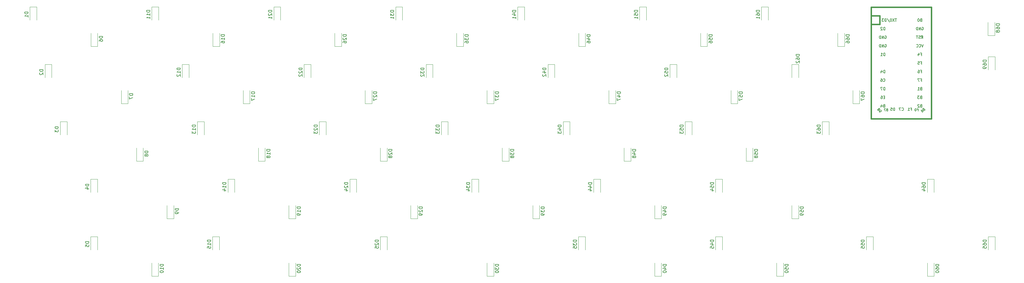
<source format=gbo>
%TF.GenerationSoftware,KiCad,Pcbnew,(6.0.1)*%
%TF.CreationDate,2022-02-09T02:20:10+01:00*%
%TF.ProjectId,choc660,63686f63-3636-4302-9e6b-696361645f70,rev?*%
%TF.SameCoordinates,Original*%
%TF.FileFunction,Legend,Bot*%
%TF.FilePolarity,Positive*%
%FSLAX46Y46*%
G04 Gerber Fmt 4.6, Leading zero omitted, Abs format (unit mm)*
G04 Created by KiCad (PCBNEW (6.0.1)) date 2022-02-09 02:20:10*
%MOMM*%
%LPD*%
G01*
G04 APERTURE LIST*
%ADD10C,0.150000*%
%ADD11C,0.381000*%
%ADD12C,0.120000*%
%ADD13R,1.752600X1.752600*%
%ADD14C,1.752600*%
%ADD15C,1.200000*%
%ADD16C,1.700000*%
%ADD17C,3.400000*%
%ADD18C,2.000000*%
%ADD19R,1.200000X0.900000*%
G04 APERTURE END LIST*
D10*
%TO.C,U1*%
X326969833Y-113082464D02*
X327007928Y-113120559D01*
X327122214Y-113158654D01*
X327198404Y-113158654D01*
X327312690Y-113120559D01*
X327388880Y-113044369D01*
X327426976Y-112968178D01*
X327465071Y-112815797D01*
X327465071Y-112701511D01*
X327426976Y-112549130D01*
X327388880Y-112472940D01*
X327312690Y-112396750D01*
X327198404Y-112358654D01*
X327122214Y-112358654D01*
X327007928Y-112396750D01*
X326969833Y-112434845D01*
X326284119Y-112358654D02*
X326436500Y-112358654D01*
X326512690Y-112396750D01*
X326550785Y-112434845D01*
X326626976Y-112549130D01*
X326665071Y-112701511D01*
X326665071Y-113006273D01*
X326626976Y-113082464D01*
X326588880Y-113120559D01*
X326512690Y-113158654D01*
X326360309Y-113158654D01*
X326284119Y-113120559D01*
X326246023Y-113082464D01*
X326207928Y-113006273D01*
X326207928Y-112815797D01*
X326246023Y-112739607D01*
X326284119Y-112701511D01*
X326360309Y-112663416D01*
X326512690Y-112663416D01*
X326588880Y-112701511D01*
X326626976Y-112739607D01*
X326665071Y-112815797D01*
X337030833Y-121536750D02*
X337264166Y-121536750D01*
X337264166Y-121903416D02*
X337264166Y-121203416D01*
X336930833Y-121203416D01*
X336530833Y-121203416D02*
X336464166Y-121203416D01*
X336397500Y-121236750D01*
X336364166Y-121270083D01*
X336330833Y-121336750D01*
X336297500Y-121470083D01*
X336297500Y-121636750D01*
X336330833Y-121770083D01*
X336364166Y-121836750D01*
X336397500Y-121870083D01*
X336464166Y-121903416D01*
X336530833Y-121903416D01*
X336597500Y-121870083D01*
X336630833Y-121836750D01*
X336664166Y-121770083D01*
X336697500Y-121636750D01*
X336697500Y-121470083D01*
X336664166Y-121336750D01*
X336630833Y-121270083D01*
X336597500Y-121236750D01*
X336530833Y-121203416D01*
X327388880Y-117819607D02*
X327122214Y-117819607D01*
X327007928Y-118238654D02*
X327388880Y-118238654D01*
X327388880Y-117438654D01*
X327007928Y-117438654D01*
X326322214Y-117438654D02*
X326474595Y-117438654D01*
X326550785Y-117476750D01*
X326588880Y-117514845D01*
X326665071Y-117629130D01*
X326703166Y-117781511D01*
X326703166Y-118086273D01*
X326665071Y-118162464D01*
X326626976Y-118200559D01*
X326550785Y-118238654D01*
X326398404Y-118238654D01*
X326322214Y-118200559D01*
X326284119Y-118162464D01*
X326246023Y-118086273D01*
X326246023Y-117895797D01*
X326284119Y-117819607D01*
X326322214Y-117781511D01*
X326398404Y-117743416D01*
X326550785Y-117743416D01*
X326626976Y-117781511D01*
X326665071Y-117819607D01*
X326703166Y-117895797D01*
X338025166Y-107659607D02*
X338291833Y-107659607D01*
X338291833Y-108078654D02*
X338291833Y-107278654D01*
X337910880Y-107278654D01*
X337225166Y-107278654D02*
X337606119Y-107278654D01*
X337644214Y-107659607D01*
X337606119Y-107621511D01*
X337529928Y-107583416D01*
X337339452Y-107583416D01*
X337263261Y-107621511D01*
X337225166Y-107659607D01*
X337187071Y-107735797D01*
X337187071Y-107926273D01*
X337225166Y-108002464D01*
X337263261Y-108040559D01*
X337339452Y-108078654D01*
X337529928Y-108078654D01*
X337606119Y-108040559D01*
X337644214Y-108002464D01*
X338082309Y-120359607D02*
X337968023Y-120397702D01*
X337929928Y-120435797D01*
X337891833Y-120511988D01*
X337891833Y-120626273D01*
X337929928Y-120702464D01*
X337968023Y-120740559D01*
X338044214Y-120778654D01*
X338348976Y-120778654D01*
X338348976Y-119978654D01*
X338082309Y-119978654D01*
X338006119Y-120016750D01*
X337968023Y-120054845D01*
X337929928Y-120131035D01*
X337929928Y-120207226D01*
X337968023Y-120283416D01*
X338006119Y-120321511D01*
X338082309Y-120359607D01*
X338348976Y-120359607D01*
X337587071Y-120054845D02*
X337548976Y-120016750D01*
X337472785Y-119978654D01*
X337282309Y-119978654D01*
X337206119Y-120016750D01*
X337168023Y-120054845D01*
X337129928Y-120131035D01*
X337129928Y-120207226D01*
X337168023Y-120321511D01*
X337625166Y-120778654D01*
X337129928Y-120778654D01*
X335104166Y-121329607D02*
X335370833Y-121329607D01*
X335370833Y-121748654D02*
X335370833Y-120948654D01*
X334989880Y-120948654D01*
X334266071Y-121748654D02*
X334723214Y-121748654D01*
X334494642Y-121748654D02*
X334494642Y-120948654D01*
X334570833Y-121062940D01*
X334647023Y-121139130D01*
X334723214Y-121177226D01*
X327160309Y-120359607D02*
X327046023Y-120397702D01*
X327007928Y-120435797D01*
X326969833Y-120511988D01*
X326969833Y-120626273D01*
X327007928Y-120702464D01*
X327046023Y-120740559D01*
X327122214Y-120778654D01*
X327426976Y-120778654D01*
X327426976Y-119978654D01*
X327160309Y-119978654D01*
X327084119Y-120016750D01*
X327046023Y-120054845D01*
X327007928Y-120131035D01*
X327007928Y-120207226D01*
X327046023Y-120283416D01*
X327084119Y-120321511D01*
X327160309Y-120359607D01*
X327426976Y-120359607D01*
X326284119Y-120245321D02*
X326284119Y-120778654D01*
X326474595Y-119940559D02*
X326665071Y-120511988D01*
X326169833Y-120511988D01*
X338368023Y-97156750D02*
X338444214Y-97118654D01*
X338558500Y-97118654D01*
X338672785Y-97156750D01*
X338748976Y-97232940D01*
X338787071Y-97309130D01*
X338825166Y-97461511D01*
X338825166Y-97575797D01*
X338787071Y-97728178D01*
X338748976Y-97804369D01*
X338672785Y-97880559D01*
X338558500Y-97918654D01*
X338482309Y-97918654D01*
X338368023Y-97880559D01*
X338329928Y-97842464D01*
X338329928Y-97575797D01*
X338482309Y-97575797D01*
X337987071Y-97918654D02*
X337987071Y-97118654D01*
X337529928Y-97918654D01*
X337529928Y-97118654D01*
X337148976Y-97918654D02*
X337148976Y-97118654D01*
X336958500Y-97118654D01*
X336844214Y-97156750D01*
X336768023Y-97232940D01*
X336729928Y-97309130D01*
X336691833Y-97461511D01*
X336691833Y-97575797D01*
X336729928Y-97728178D01*
X336768023Y-97804369D01*
X336844214Y-97880559D01*
X336958500Y-97918654D01*
X337148976Y-97918654D01*
X325661797Y-121521758D02*
X325756078Y-121568898D01*
X325803219Y-121568898D01*
X325873929Y-121545328D01*
X325944640Y-121474617D01*
X325968210Y-121403907D01*
X325968210Y-121356766D01*
X325944640Y-121286056D01*
X325756078Y-121097494D01*
X325261103Y-121592469D01*
X325426095Y-121757460D01*
X325496806Y-121781030D01*
X325543946Y-121781030D01*
X325614657Y-121757460D01*
X325661797Y-121710320D01*
X325685367Y-121639609D01*
X325685367Y-121592469D01*
X325661797Y-121521758D01*
X325496806Y-121356766D01*
X325991780Y-122323146D02*
X325756078Y-122087443D01*
X325968210Y-121828171D01*
X325968210Y-121875311D01*
X325991780Y-121946022D01*
X326109632Y-122063873D01*
X326180342Y-122087443D01*
X326227483Y-122087443D01*
X326298193Y-122063873D01*
X326416044Y-121946022D01*
X326439615Y-121875311D01*
X326439615Y-121828171D01*
X326416044Y-121757460D01*
X326298193Y-121639609D01*
X326227483Y-121616039D01*
X326180342Y-121616039D01*
X327446023Y-102236750D02*
X327522214Y-102198654D01*
X327636500Y-102198654D01*
X327750785Y-102236750D01*
X327826976Y-102312940D01*
X327865071Y-102389130D01*
X327903166Y-102541511D01*
X327903166Y-102655797D01*
X327865071Y-102808178D01*
X327826976Y-102884369D01*
X327750785Y-102960559D01*
X327636500Y-102998654D01*
X327560309Y-102998654D01*
X327446023Y-102960559D01*
X327407928Y-102922464D01*
X327407928Y-102655797D01*
X327560309Y-102655797D01*
X327065071Y-102998654D02*
X327065071Y-102198654D01*
X326607928Y-102998654D01*
X326607928Y-102198654D01*
X326226976Y-102998654D02*
X326226976Y-102198654D01*
X326036500Y-102198654D01*
X325922214Y-102236750D01*
X325846023Y-102312940D01*
X325807928Y-102389130D01*
X325769833Y-102541511D01*
X325769833Y-102655797D01*
X325807928Y-102808178D01*
X325846023Y-102884369D01*
X325922214Y-102960559D01*
X326036500Y-102998654D01*
X326226976Y-102998654D01*
X330347976Y-121748654D02*
X330347976Y-120948654D01*
X330157500Y-120948654D01*
X330043214Y-120986750D01*
X329967023Y-121062940D01*
X329928928Y-121139130D01*
X329890833Y-121291511D01*
X329890833Y-121405797D01*
X329928928Y-121558178D01*
X329967023Y-121634369D01*
X330043214Y-121710559D01*
X330157500Y-121748654D01*
X330347976Y-121748654D01*
X329167023Y-120948654D02*
X329547976Y-120948654D01*
X329586071Y-121329607D01*
X329547976Y-121291511D01*
X329471785Y-121253416D01*
X329281309Y-121253416D01*
X329205119Y-121291511D01*
X329167023Y-121329607D01*
X329128928Y-121405797D01*
X329128928Y-121596273D01*
X329167023Y-121672464D01*
X329205119Y-121710559D01*
X329281309Y-121748654D01*
X329471785Y-121748654D01*
X329547976Y-121710559D01*
X329586071Y-121672464D01*
X338025166Y-110199607D02*
X338291833Y-110199607D01*
X338291833Y-110618654D02*
X338291833Y-109818654D01*
X337910880Y-109818654D01*
X337263261Y-109818654D02*
X337415642Y-109818654D01*
X337491833Y-109856750D01*
X337529928Y-109894845D01*
X337606119Y-110009130D01*
X337644214Y-110161511D01*
X337644214Y-110466273D01*
X337606119Y-110542464D01*
X337568023Y-110580559D01*
X337491833Y-110618654D01*
X337339452Y-110618654D01*
X337263261Y-110580559D01*
X337225166Y-110542464D01*
X337187071Y-110466273D01*
X337187071Y-110275797D01*
X337225166Y-110199607D01*
X337263261Y-110161511D01*
X337339452Y-110123416D01*
X337491833Y-110123416D01*
X337568023Y-110161511D01*
X337606119Y-110199607D01*
X337644214Y-110275797D01*
X328080833Y-121536750D02*
X327980833Y-121570083D01*
X327947500Y-121603416D01*
X327914166Y-121670083D01*
X327914166Y-121770083D01*
X327947500Y-121836750D01*
X327980833Y-121870083D01*
X328047500Y-121903416D01*
X328314166Y-121903416D01*
X328314166Y-121203416D01*
X328080833Y-121203416D01*
X328014166Y-121236750D01*
X327980833Y-121270083D01*
X327947500Y-121336750D01*
X327947500Y-121403416D01*
X327980833Y-121470083D01*
X328014166Y-121503416D01*
X328080833Y-121536750D01*
X328314166Y-121536750D01*
X327680833Y-121203416D02*
X327214166Y-121203416D01*
X327514166Y-121903416D01*
X327426976Y-115698654D02*
X327426976Y-114898654D01*
X327236500Y-114898654D01*
X327122214Y-114936750D01*
X327046023Y-115012940D01*
X327007928Y-115089130D01*
X326969833Y-115241511D01*
X326969833Y-115355797D01*
X327007928Y-115508178D01*
X327046023Y-115584369D01*
X327122214Y-115660559D01*
X327236500Y-115698654D01*
X327426976Y-115698654D01*
X326703166Y-114898654D02*
X326169833Y-114898654D01*
X326512690Y-115698654D01*
X327446023Y-99696750D02*
X327522214Y-99658654D01*
X327636500Y-99658654D01*
X327750785Y-99696750D01*
X327826976Y-99772940D01*
X327865071Y-99849130D01*
X327903166Y-100001511D01*
X327903166Y-100115797D01*
X327865071Y-100268178D01*
X327826976Y-100344369D01*
X327750785Y-100420559D01*
X327636500Y-100458654D01*
X327560309Y-100458654D01*
X327446023Y-100420559D01*
X327407928Y-100382464D01*
X327407928Y-100115797D01*
X327560309Y-100115797D01*
X327065071Y-100458654D02*
X327065071Y-99658654D01*
X326607928Y-100458654D01*
X326607928Y-99658654D01*
X326226976Y-100458654D02*
X326226976Y-99658654D01*
X326036500Y-99658654D01*
X325922214Y-99696750D01*
X325846023Y-99772940D01*
X325807928Y-99849130D01*
X325769833Y-100001511D01*
X325769833Y-100115797D01*
X325807928Y-100268178D01*
X325846023Y-100344369D01*
X325922214Y-100420559D01*
X326036500Y-100458654D01*
X326226976Y-100458654D01*
X338082309Y-115279607D02*
X337968023Y-115317702D01*
X337929928Y-115355797D01*
X337891833Y-115431988D01*
X337891833Y-115546273D01*
X337929928Y-115622464D01*
X337968023Y-115660559D01*
X338044214Y-115698654D01*
X338348976Y-115698654D01*
X338348976Y-114898654D01*
X338082309Y-114898654D01*
X338006119Y-114936750D01*
X337968023Y-114974845D01*
X337929928Y-115051035D01*
X337929928Y-115127226D01*
X337968023Y-115203416D01*
X338006119Y-115241511D01*
X338082309Y-115279607D01*
X338348976Y-115279607D01*
X337129928Y-115698654D02*
X337587071Y-115698654D01*
X337358500Y-115698654D02*
X337358500Y-114898654D01*
X337434690Y-115012940D01*
X337510880Y-115089130D01*
X337587071Y-115127226D01*
X332430833Y-121672464D02*
X332468928Y-121710559D01*
X332583214Y-121748654D01*
X332659404Y-121748654D01*
X332773690Y-121710559D01*
X332849880Y-121634369D01*
X332887976Y-121558178D01*
X332926071Y-121405797D01*
X332926071Y-121291511D01*
X332887976Y-121139130D01*
X332849880Y-121062940D01*
X332773690Y-120986750D01*
X332659404Y-120948654D01*
X332583214Y-120948654D01*
X332468928Y-120986750D01*
X332430833Y-121024845D01*
X332164166Y-120948654D02*
X331630833Y-120948654D01*
X331973690Y-121748654D01*
X327426976Y-97918654D02*
X327426976Y-97118654D01*
X327236500Y-97118654D01*
X327122214Y-97156750D01*
X327046023Y-97232940D01*
X327007928Y-97309130D01*
X326969833Y-97461511D01*
X326969833Y-97575797D01*
X327007928Y-97728178D01*
X327046023Y-97804369D01*
X327122214Y-97880559D01*
X327236500Y-97918654D01*
X327426976Y-97918654D01*
X326665071Y-97194845D02*
X326626976Y-97156750D01*
X326550785Y-97118654D01*
X326360309Y-97118654D01*
X326284119Y-97156750D01*
X326246023Y-97194845D01*
X326207928Y-97271035D01*
X326207928Y-97347226D01*
X326246023Y-97461511D01*
X326703166Y-97918654D01*
X326207928Y-97918654D01*
X327426976Y-110618654D02*
X327426976Y-109818654D01*
X327236500Y-109818654D01*
X327122214Y-109856750D01*
X327046023Y-109932940D01*
X327007928Y-110009130D01*
X326969833Y-110161511D01*
X326969833Y-110275797D01*
X327007928Y-110428178D01*
X327046023Y-110504369D01*
X327122214Y-110580559D01*
X327236500Y-110618654D01*
X327426976Y-110618654D01*
X326284119Y-110085321D02*
X326284119Y-110618654D01*
X326474595Y-109780559D02*
X326665071Y-110351988D01*
X326169833Y-110351988D01*
X338025166Y-105119607D02*
X338291833Y-105119607D01*
X338291833Y-105538654D02*
X338291833Y-104738654D01*
X337910880Y-104738654D01*
X337263261Y-105005321D02*
X337263261Y-105538654D01*
X337453738Y-104700559D02*
X337644214Y-105271988D01*
X337148976Y-105271988D01*
X338082309Y-94959607D02*
X337968023Y-94997702D01*
X337929928Y-95035797D01*
X337891833Y-95111988D01*
X337891833Y-95226273D01*
X337929928Y-95302464D01*
X337968023Y-95340559D01*
X338044214Y-95378654D01*
X338348976Y-95378654D01*
X338348976Y-94578654D01*
X338082309Y-94578654D01*
X338006119Y-94616750D01*
X337968023Y-94654845D01*
X337929928Y-94731035D01*
X337929928Y-94807226D01*
X337968023Y-94883416D01*
X338006119Y-94921511D01*
X338082309Y-94959607D01*
X338348976Y-94959607D01*
X337396595Y-94578654D02*
X337320404Y-94578654D01*
X337244214Y-94616750D01*
X337206119Y-94654845D01*
X337168023Y-94731035D01*
X337129928Y-94883416D01*
X337129928Y-95073892D01*
X337168023Y-95226273D01*
X337206119Y-95302464D01*
X337244214Y-95340559D01*
X337320404Y-95378654D01*
X337396595Y-95378654D01*
X337472785Y-95340559D01*
X337510880Y-95302464D01*
X337548976Y-95226273D01*
X337587071Y-95073892D01*
X337587071Y-94883416D01*
X337548976Y-94731035D01*
X337510880Y-94654845D01*
X337472785Y-94616750D01*
X337396595Y-94578654D01*
X327426976Y-105538654D02*
X327426976Y-104738654D01*
X327236500Y-104738654D01*
X327122214Y-104776750D01*
X327046023Y-104852940D01*
X327007928Y-104929130D01*
X326969833Y-105081511D01*
X326969833Y-105195797D01*
X327007928Y-105348178D01*
X327046023Y-105424369D01*
X327122214Y-105500559D01*
X327236500Y-105538654D01*
X327426976Y-105538654D01*
X326207928Y-105538654D02*
X326665071Y-105538654D01*
X326436500Y-105538654D02*
X326436500Y-104738654D01*
X326512690Y-104852940D01*
X326588880Y-104929130D01*
X326665071Y-104967226D01*
X338082309Y-117819607D02*
X337968023Y-117857702D01*
X337929928Y-117895797D01*
X337891833Y-117971988D01*
X337891833Y-118086273D01*
X337929928Y-118162464D01*
X337968023Y-118200559D01*
X338044214Y-118238654D01*
X338348976Y-118238654D01*
X338348976Y-117438654D01*
X338082309Y-117438654D01*
X338006119Y-117476750D01*
X337968023Y-117514845D01*
X337929928Y-117591035D01*
X337929928Y-117667226D01*
X337968023Y-117743416D01*
X338006119Y-117781511D01*
X338082309Y-117819607D01*
X338348976Y-117819607D01*
X337625166Y-117438654D02*
X337129928Y-117438654D01*
X337396595Y-117743416D01*
X337282309Y-117743416D01*
X337206119Y-117781511D01*
X337168023Y-117819607D01*
X337129928Y-117895797D01*
X337129928Y-118086273D01*
X337168023Y-118162464D01*
X337206119Y-118200559D01*
X337282309Y-118238654D01*
X337510880Y-118238654D01*
X337587071Y-118200559D01*
X337625166Y-118162464D01*
X337870833Y-100400559D02*
X337756547Y-100438654D01*
X337566071Y-100438654D01*
X337489880Y-100400559D01*
X337451785Y-100362464D01*
X337413690Y-100286273D01*
X337413690Y-100210083D01*
X337451785Y-100133892D01*
X337489880Y-100095797D01*
X337566071Y-100057702D01*
X337718452Y-100019607D01*
X337794642Y-99981511D01*
X337832738Y-99943416D01*
X337870833Y-99867226D01*
X337870833Y-99791035D01*
X337832738Y-99714845D01*
X337794642Y-99676750D01*
X337718452Y-99638654D01*
X337527976Y-99638654D01*
X337413690Y-99676750D01*
X337185119Y-99638654D02*
X336727976Y-99638654D01*
X336956547Y-100438654D02*
X336956547Y-99638654D01*
X338862491Y-121451047D02*
X338815351Y-121545328D01*
X338815351Y-121592469D01*
X338838921Y-121663179D01*
X338909632Y-121733890D01*
X338980342Y-121757460D01*
X339027483Y-121757460D01*
X339098193Y-121733890D01*
X339286755Y-121545328D01*
X338791780Y-121050353D01*
X338626789Y-121215345D01*
X338603219Y-121286056D01*
X338603219Y-121333196D01*
X338626789Y-121403907D01*
X338673929Y-121451047D01*
X338744640Y-121474617D01*
X338791780Y-121474617D01*
X338862491Y-121451047D01*
X339027483Y-121286056D01*
X338084674Y-121757460D02*
X338178955Y-121663179D01*
X338249665Y-121639609D01*
X338296806Y-121639609D01*
X338414657Y-121663179D01*
X338532508Y-121733890D01*
X338721070Y-121922452D01*
X338744640Y-121993162D01*
X338744640Y-122040303D01*
X338721070Y-122111014D01*
X338626789Y-122205294D01*
X338556078Y-122228865D01*
X338508938Y-122228865D01*
X338438227Y-122205294D01*
X338320376Y-122087443D01*
X338296806Y-122016733D01*
X338296806Y-121969592D01*
X338320376Y-121898882D01*
X338414657Y-121804601D01*
X338485367Y-121781030D01*
X338532508Y-121781030D01*
X338603219Y-121804601D01*
X338825166Y-102198654D02*
X338558500Y-102998654D01*
X338291833Y-102198654D01*
X337568023Y-102922464D02*
X337606119Y-102960559D01*
X337720404Y-102998654D01*
X337796595Y-102998654D01*
X337910880Y-102960559D01*
X337987071Y-102884369D01*
X338025166Y-102808178D01*
X338063261Y-102655797D01*
X338063261Y-102541511D01*
X338025166Y-102389130D01*
X337987071Y-102312940D01*
X337910880Y-102236750D01*
X337796595Y-102198654D01*
X337720404Y-102198654D01*
X337606119Y-102236750D01*
X337568023Y-102274845D01*
X336768023Y-102922464D02*
X336806119Y-102960559D01*
X336920404Y-102998654D01*
X336996595Y-102998654D01*
X337110880Y-102960559D01*
X337187071Y-102884369D01*
X337225166Y-102808178D01*
X337263261Y-102655797D01*
X337263261Y-102541511D01*
X337225166Y-102389130D01*
X337187071Y-102312940D01*
X337110880Y-102236750D01*
X336996595Y-102198654D01*
X336920404Y-102198654D01*
X336806119Y-102236750D01*
X336768023Y-102274845D01*
X330916104Y-94578654D02*
X330458961Y-94578654D01*
X330687532Y-95378654D02*
X330687532Y-94578654D01*
X330268485Y-94578654D02*
X329735151Y-95378654D01*
X329735151Y-94578654D02*
X330268485Y-95378654D01*
X329278008Y-94578654D02*
X329201818Y-94578654D01*
X329125628Y-94616750D01*
X329087532Y-94654845D01*
X329049437Y-94731035D01*
X329011342Y-94883416D01*
X329011342Y-95073892D01*
X329049437Y-95226273D01*
X329087532Y-95302464D01*
X329125628Y-95340559D01*
X329201818Y-95378654D01*
X329278008Y-95378654D01*
X329354199Y-95340559D01*
X329392294Y-95302464D01*
X329430389Y-95226273D01*
X329468485Y-95073892D01*
X329468485Y-94883416D01*
X329430389Y-94731035D01*
X329392294Y-94654845D01*
X329354199Y-94616750D01*
X329278008Y-94578654D01*
X328097056Y-94540559D02*
X328782770Y-95569130D01*
X327830389Y-95378654D02*
X327830389Y-94578654D01*
X327639913Y-94578654D01*
X327525628Y-94616750D01*
X327449437Y-94692940D01*
X327411342Y-94769130D01*
X327373247Y-94921511D01*
X327373247Y-95035797D01*
X327411342Y-95188178D01*
X327449437Y-95264369D01*
X327525628Y-95340559D01*
X327639913Y-95378654D01*
X327830389Y-95378654D01*
X327106580Y-94578654D02*
X326611342Y-94578654D01*
X326878008Y-94883416D01*
X326763723Y-94883416D01*
X326687532Y-94921511D01*
X326649437Y-94959607D01*
X326611342Y-95035797D01*
X326611342Y-95226273D01*
X326649437Y-95302464D01*
X326687532Y-95340559D01*
X326763723Y-95378654D01*
X326992294Y-95378654D01*
X327068485Y-95340559D01*
X327106580Y-95302464D01*
X338025166Y-112739607D02*
X338291833Y-112739607D01*
X338291833Y-113158654D02*
X338291833Y-112358654D01*
X337910880Y-112358654D01*
X337682309Y-112358654D02*
X337148976Y-112358654D01*
X337491833Y-113158654D01*
%TO.C,D64*%
X339402380Y-143085714D02*
X338402380Y-143085714D01*
X338402380Y-143323809D01*
X338450000Y-143466666D01*
X338545238Y-143561904D01*
X338640476Y-143609523D01*
X338830952Y-143657142D01*
X338973809Y-143657142D01*
X339164285Y-143609523D01*
X339259523Y-143561904D01*
X339354761Y-143466666D01*
X339402380Y-143323809D01*
X339402380Y-143085714D01*
X338402380Y-144514285D02*
X338402380Y-144323809D01*
X338450000Y-144228571D01*
X338497619Y-144180952D01*
X338640476Y-144085714D01*
X338830952Y-144038095D01*
X339211904Y-144038095D01*
X339307142Y-144085714D01*
X339354761Y-144133333D01*
X339402380Y-144228571D01*
X339402380Y-144419047D01*
X339354761Y-144514285D01*
X339307142Y-144561904D01*
X339211904Y-144609523D01*
X338973809Y-144609523D01*
X338878571Y-144561904D01*
X338830952Y-144514285D01*
X338783333Y-144419047D01*
X338783333Y-144228571D01*
X338830952Y-144133333D01*
X338878571Y-144085714D01*
X338973809Y-144038095D01*
X338735714Y-145466666D02*
X339402380Y-145466666D01*
X338354761Y-145228571D02*
X339069047Y-144990476D01*
X339069047Y-145609523D01*
%TO.C,D20*%
X154902380Y-167285714D02*
X153902380Y-167285714D01*
X153902380Y-167523809D01*
X153950000Y-167666666D01*
X154045238Y-167761904D01*
X154140476Y-167809523D01*
X154330952Y-167857142D01*
X154473809Y-167857142D01*
X154664285Y-167809523D01*
X154759523Y-167761904D01*
X154854761Y-167666666D01*
X154902380Y-167523809D01*
X154902380Y-167285714D01*
X153997619Y-168238095D02*
X153950000Y-168285714D01*
X153902380Y-168380952D01*
X153902380Y-168619047D01*
X153950000Y-168714285D01*
X153997619Y-168761904D01*
X154092857Y-168809523D01*
X154188095Y-168809523D01*
X154330952Y-168761904D01*
X154902380Y-168190476D01*
X154902380Y-168809523D01*
X153902380Y-169428571D02*
X153902380Y-169523809D01*
X153950000Y-169619047D01*
X153997619Y-169666666D01*
X154092857Y-169714285D01*
X154283333Y-169761904D01*
X154521428Y-169761904D01*
X154711904Y-169714285D01*
X154807142Y-169666666D01*
X154854761Y-169619047D01*
X154902380Y-169523809D01*
X154902380Y-169428571D01*
X154854761Y-169333333D01*
X154807142Y-169285714D01*
X154711904Y-169238095D01*
X154521428Y-169190476D01*
X154283333Y-169190476D01*
X154092857Y-169238095D01*
X153997619Y-169285714D01*
X153950000Y-169333333D01*
X153902380Y-169428571D01*
%TO.C,D58*%
X289902380Y-133285714D02*
X288902380Y-133285714D01*
X288902380Y-133523809D01*
X288950000Y-133666666D01*
X289045238Y-133761904D01*
X289140476Y-133809523D01*
X289330952Y-133857142D01*
X289473809Y-133857142D01*
X289664285Y-133809523D01*
X289759523Y-133761904D01*
X289854761Y-133666666D01*
X289902380Y-133523809D01*
X289902380Y-133285714D01*
X288902380Y-134761904D02*
X288902380Y-134285714D01*
X289378571Y-134238095D01*
X289330952Y-134285714D01*
X289283333Y-134380952D01*
X289283333Y-134619047D01*
X289330952Y-134714285D01*
X289378571Y-134761904D01*
X289473809Y-134809523D01*
X289711904Y-134809523D01*
X289807142Y-134761904D01*
X289854761Y-134714285D01*
X289902380Y-134619047D01*
X289902380Y-134380952D01*
X289854761Y-134285714D01*
X289807142Y-134238095D01*
X289330952Y-135380952D02*
X289283333Y-135285714D01*
X289235714Y-135238095D01*
X289140476Y-135190476D01*
X289092857Y-135190476D01*
X288997619Y-135238095D01*
X288950000Y-135285714D01*
X288902380Y-135380952D01*
X288902380Y-135571428D01*
X288950000Y-135666666D01*
X288997619Y-135714285D01*
X289092857Y-135761904D01*
X289140476Y-135761904D01*
X289235714Y-135714285D01*
X289283333Y-135666666D01*
X289330952Y-135571428D01*
X289330952Y-135380952D01*
X289378571Y-135285714D01*
X289426190Y-135238095D01*
X289521428Y-135190476D01*
X289711904Y-135190476D01*
X289807142Y-135238095D01*
X289854761Y-135285714D01*
X289902380Y-135380952D01*
X289902380Y-135571428D01*
X289854761Y-135666666D01*
X289807142Y-135714285D01*
X289711904Y-135761904D01*
X289521428Y-135761904D01*
X289426190Y-135714285D01*
X289378571Y-135666666D01*
X289330952Y-135571428D01*
%TO.C,D62*%
X302219880Y-105185714D02*
X301219880Y-105185714D01*
X301219880Y-105423809D01*
X301267500Y-105566666D01*
X301362738Y-105661904D01*
X301457976Y-105709523D01*
X301648452Y-105757142D01*
X301791309Y-105757142D01*
X301981785Y-105709523D01*
X302077023Y-105661904D01*
X302172261Y-105566666D01*
X302219880Y-105423809D01*
X302219880Y-105185714D01*
X301219880Y-106614285D02*
X301219880Y-106423809D01*
X301267500Y-106328571D01*
X301315119Y-106280952D01*
X301457976Y-106185714D01*
X301648452Y-106138095D01*
X302029404Y-106138095D01*
X302124642Y-106185714D01*
X302172261Y-106233333D01*
X302219880Y-106328571D01*
X302219880Y-106519047D01*
X302172261Y-106614285D01*
X302124642Y-106661904D01*
X302029404Y-106709523D01*
X301791309Y-106709523D01*
X301696071Y-106661904D01*
X301648452Y-106614285D01*
X301600833Y-106519047D01*
X301600833Y-106328571D01*
X301648452Y-106233333D01*
X301696071Y-106185714D01*
X301791309Y-106138095D01*
X301315119Y-107090476D02*
X301267500Y-107138095D01*
X301219880Y-107233333D01*
X301219880Y-107471428D01*
X301267500Y-107566666D01*
X301315119Y-107614285D01*
X301410357Y-107661904D01*
X301505595Y-107661904D01*
X301648452Y-107614285D01*
X302219880Y-107042857D01*
X302219880Y-107661904D01*
%TO.C,D30*%
X213402380Y-167285714D02*
X212402380Y-167285714D01*
X212402380Y-167523809D01*
X212450000Y-167666666D01*
X212545238Y-167761904D01*
X212640476Y-167809523D01*
X212830952Y-167857142D01*
X212973809Y-167857142D01*
X213164285Y-167809523D01*
X213259523Y-167761904D01*
X213354761Y-167666666D01*
X213402380Y-167523809D01*
X213402380Y-167285714D01*
X212402380Y-168190476D02*
X212402380Y-168809523D01*
X212783333Y-168476190D01*
X212783333Y-168619047D01*
X212830952Y-168714285D01*
X212878571Y-168761904D01*
X212973809Y-168809523D01*
X213211904Y-168809523D01*
X213307142Y-168761904D01*
X213354761Y-168714285D01*
X213402380Y-168619047D01*
X213402380Y-168333333D01*
X213354761Y-168238095D01*
X213307142Y-168190476D01*
X212402380Y-169428571D02*
X212402380Y-169523809D01*
X212450000Y-169619047D01*
X212497619Y-169666666D01*
X212592857Y-169714285D01*
X212783333Y-169761904D01*
X213021428Y-169761904D01*
X213211904Y-169714285D01*
X213307142Y-169666666D01*
X213354761Y-169619047D01*
X213402380Y-169523809D01*
X213402380Y-169428571D01*
X213354761Y-169333333D01*
X213307142Y-169285714D01*
X213211904Y-169238095D01*
X213021428Y-169190476D01*
X212783333Y-169190476D01*
X212592857Y-169238095D01*
X212497619Y-169285714D01*
X212450000Y-169333333D01*
X212402380Y-169428571D01*
%TO.C,D61*%
X290452380Y-92135714D02*
X289452380Y-92135714D01*
X289452380Y-92373809D01*
X289500000Y-92516666D01*
X289595238Y-92611904D01*
X289690476Y-92659523D01*
X289880952Y-92707142D01*
X290023809Y-92707142D01*
X290214285Y-92659523D01*
X290309523Y-92611904D01*
X290404761Y-92516666D01*
X290452380Y-92373809D01*
X290452380Y-92135714D01*
X289452380Y-93564285D02*
X289452380Y-93373809D01*
X289500000Y-93278571D01*
X289547619Y-93230952D01*
X289690476Y-93135714D01*
X289880952Y-93088095D01*
X290261904Y-93088095D01*
X290357142Y-93135714D01*
X290404761Y-93183333D01*
X290452380Y-93278571D01*
X290452380Y-93469047D01*
X290404761Y-93564285D01*
X290357142Y-93611904D01*
X290261904Y-93659523D01*
X290023809Y-93659523D01*
X289928571Y-93611904D01*
X289880952Y-93564285D01*
X289833333Y-93469047D01*
X289833333Y-93278571D01*
X289880952Y-93183333D01*
X289928571Y-93135714D01*
X290023809Y-93088095D01*
X290452380Y-94611904D02*
X290452380Y-94040476D01*
X290452380Y-94326190D02*
X289452380Y-94326190D01*
X289595238Y-94230952D01*
X289690476Y-94135714D01*
X289738095Y-94040476D01*
%TO.C,D50*%
X298902380Y-167285714D02*
X297902380Y-167285714D01*
X297902380Y-167523809D01*
X297950000Y-167666666D01*
X298045238Y-167761904D01*
X298140476Y-167809523D01*
X298330952Y-167857142D01*
X298473809Y-167857142D01*
X298664285Y-167809523D01*
X298759523Y-167761904D01*
X298854761Y-167666666D01*
X298902380Y-167523809D01*
X298902380Y-167285714D01*
X297902380Y-168761904D02*
X297902380Y-168285714D01*
X298378571Y-168238095D01*
X298330952Y-168285714D01*
X298283333Y-168380952D01*
X298283333Y-168619047D01*
X298330952Y-168714285D01*
X298378571Y-168761904D01*
X298473809Y-168809523D01*
X298711904Y-168809523D01*
X298807142Y-168761904D01*
X298854761Y-168714285D01*
X298902380Y-168619047D01*
X298902380Y-168380952D01*
X298854761Y-168285714D01*
X298807142Y-168238095D01*
X297902380Y-169428571D02*
X297902380Y-169523809D01*
X297950000Y-169619047D01*
X297997619Y-169666666D01*
X298092857Y-169714285D01*
X298283333Y-169761904D01*
X298521428Y-169761904D01*
X298711904Y-169714285D01*
X298807142Y-169666666D01*
X298854761Y-169619047D01*
X298902380Y-169523809D01*
X298902380Y-169428571D01*
X298854761Y-169333333D01*
X298807142Y-169285714D01*
X298711904Y-169238095D01*
X298521428Y-169190476D01*
X298283333Y-169190476D01*
X298092857Y-169238095D01*
X297997619Y-169285714D01*
X297950000Y-169333333D01*
X297902380Y-169428571D01*
%TO.C,D51*%
X254452380Y-92135714D02*
X253452380Y-92135714D01*
X253452380Y-92373809D01*
X253500000Y-92516666D01*
X253595238Y-92611904D01*
X253690476Y-92659523D01*
X253880952Y-92707142D01*
X254023809Y-92707142D01*
X254214285Y-92659523D01*
X254309523Y-92611904D01*
X254404761Y-92516666D01*
X254452380Y-92373809D01*
X254452380Y-92135714D01*
X253452380Y-93611904D02*
X253452380Y-93135714D01*
X253928571Y-93088095D01*
X253880952Y-93135714D01*
X253833333Y-93230952D01*
X253833333Y-93469047D01*
X253880952Y-93564285D01*
X253928571Y-93611904D01*
X254023809Y-93659523D01*
X254261904Y-93659523D01*
X254357142Y-93611904D01*
X254404761Y-93564285D01*
X254452380Y-93469047D01*
X254452380Y-93230952D01*
X254404761Y-93135714D01*
X254357142Y-93088095D01*
X254452380Y-94611904D02*
X254452380Y-94040476D01*
X254452380Y-94326190D02*
X253452380Y-94326190D01*
X253595238Y-94230952D01*
X253690476Y-94135714D01*
X253738095Y-94040476D01*
%TO.C,D15*%
X128402380Y-160085714D02*
X127402380Y-160085714D01*
X127402380Y-160323809D01*
X127450000Y-160466666D01*
X127545238Y-160561904D01*
X127640476Y-160609523D01*
X127830952Y-160657142D01*
X127973809Y-160657142D01*
X128164285Y-160609523D01*
X128259523Y-160561904D01*
X128354761Y-160466666D01*
X128402380Y-160323809D01*
X128402380Y-160085714D01*
X128402380Y-161609523D02*
X128402380Y-161038095D01*
X128402380Y-161323809D02*
X127402380Y-161323809D01*
X127545238Y-161228571D01*
X127640476Y-161133333D01*
X127688095Y-161038095D01*
X127402380Y-162514285D02*
X127402380Y-162038095D01*
X127878571Y-161990476D01*
X127830952Y-162038095D01*
X127783333Y-162133333D01*
X127783333Y-162371428D01*
X127830952Y-162466666D01*
X127878571Y-162514285D01*
X127973809Y-162561904D01*
X128211904Y-162561904D01*
X128307142Y-162514285D01*
X128354761Y-162466666D01*
X128402380Y-162371428D01*
X128402380Y-162133333D01*
X128354761Y-162038095D01*
X128307142Y-161990476D01*
%TO.C,D9*%
X118902380Y-150761904D02*
X117902380Y-150761904D01*
X117902380Y-151000000D01*
X117950000Y-151142857D01*
X118045238Y-151238095D01*
X118140476Y-151285714D01*
X118330952Y-151333333D01*
X118473809Y-151333333D01*
X118664285Y-151285714D01*
X118759523Y-151238095D01*
X118854761Y-151142857D01*
X118902380Y-151000000D01*
X118902380Y-150761904D01*
X118902380Y-151809523D02*
X118902380Y-152000000D01*
X118854761Y-152095238D01*
X118807142Y-152142857D01*
X118664285Y-152238095D01*
X118473809Y-152285714D01*
X118092857Y-152285714D01*
X117997619Y-152238095D01*
X117950000Y-152190476D01*
X117902380Y-152095238D01*
X117902380Y-151904761D01*
X117950000Y-151809523D01*
X117997619Y-151761904D01*
X118092857Y-151714285D01*
X118330952Y-151714285D01*
X118426190Y-151761904D01*
X118473809Y-151809523D01*
X118521428Y-151904761D01*
X118521428Y-152095238D01*
X118473809Y-152190476D01*
X118426190Y-152238095D01*
X118330952Y-152285714D01*
%TO.C,D33*%
X195902380Y-126085714D02*
X194902380Y-126085714D01*
X194902380Y-126323809D01*
X194950000Y-126466666D01*
X195045238Y-126561904D01*
X195140476Y-126609523D01*
X195330952Y-126657142D01*
X195473809Y-126657142D01*
X195664285Y-126609523D01*
X195759523Y-126561904D01*
X195854761Y-126466666D01*
X195902380Y-126323809D01*
X195902380Y-126085714D01*
X194902380Y-126990476D02*
X194902380Y-127609523D01*
X195283333Y-127276190D01*
X195283333Y-127419047D01*
X195330952Y-127514285D01*
X195378571Y-127561904D01*
X195473809Y-127609523D01*
X195711904Y-127609523D01*
X195807142Y-127561904D01*
X195854761Y-127514285D01*
X195902380Y-127419047D01*
X195902380Y-127133333D01*
X195854761Y-127038095D01*
X195807142Y-126990476D01*
X194902380Y-127942857D02*
X194902380Y-128561904D01*
X195283333Y-128228571D01*
X195283333Y-128371428D01*
X195330952Y-128466666D01*
X195378571Y-128514285D01*
X195473809Y-128561904D01*
X195711904Y-128561904D01*
X195807142Y-128514285D01*
X195854761Y-128466666D01*
X195902380Y-128371428D01*
X195902380Y-128085714D01*
X195854761Y-127990476D01*
X195807142Y-127942857D01*
%TO.C,D27*%
X177402380Y-116285714D02*
X176402380Y-116285714D01*
X176402380Y-116523809D01*
X176450000Y-116666666D01*
X176545238Y-116761904D01*
X176640476Y-116809523D01*
X176830952Y-116857142D01*
X176973809Y-116857142D01*
X177164285Y-116809523D01*
X177259523Y-116761904D01*
X177354761Y-116666666D01*
X177402380Y-116523809D01*
X177402380Y-116285714D01*
X176497619Y-117238095D02*
X176450000Y-117285714D01*
X176402380Y-117380952D01*
X176402380Y-117619047D01*
X176450000Y-117714285D01*
X176497619Y-117761904D01*
X176592857Y-117809523D01*
X176688095Y-117809523D01*
X176830952Y-117761904D01*
X177402380Y-117190476D01*
X177402380Y-117809523D01*
X176402380Y-118142857D02*
X176402380Y-118809523D01*
X177402380Y-118380952D01*
%TO.C,D8*%
X109902380Y-133761904D02*
X108902380Y-133761904D01*
X108902380Y-134000000D01*
X108950000Y-134142857D01*
X109045238Y-134238095D01*
X109140476Y-134285714D01*
X109330952Y-134333333D01*
X109473809Y-134333333D01*
X109664285Y-134285714D01*
X109759523Y-134238095D01*
X109854761Y-134142857D01*
X109902380Y-134000000D01*
X109902380Y-133761904D01*
X109330952Y-134904761D02*
X109283333Y-134809523D01*
X109235714Y-134761904D01*
X109140476Y-134714285D01*
X109092857Y-134714285D01*
X108997619Y-134761904D01*
X108950000Y-134809523D01*
X108902380Y-134904761D01*
X108902380Y-135095238D01*
X108950000Y-135190476D01*
X108997619Y-135238095D01*
X109092857Y-135285714D01*
X109140476Y-135285714D01*
X109235714Y-135238095D01*
X109283333Y-135190476D01*
X109330952Y-135095238D01*
X109330952Y-134904761D01*
X109378571Y-134809523D01*
X109426190Y-134761904D01*
X109521428Y-134714285D01*
X109711904Y-134714285D01*
X109807142Y-134761904D01*
X109854761Y-134809523D01*
X109902380Y-134904761D01*
X109902380Y-135095238D01*
X109854761Y-135190476D01*
X109807142Y-135238095D01*
X109711904Y-135285714D01*
X109521428Y-135285714D01*
X109426190Y-135238095D01*
X109378571Y-135190476D01*
X109330952Y-135095238D01*
%TO.C,D43*%
X231902380Y-126085714D02*
X230902380Y-126085714D01*
X230902380Y-126323809D01*
X230950000Y-126466666D01*
X231045238Y-126561904D01*
X231140476Y-126609523D01*
X231330952Y-126657142D01*
X231473809Y-126657142D01*
X231664285Y-126609523D01*
X231759523Y-126561904D01*
X231854761Y-126466666D01*
X231902380Y-126323809D01*
X231902380Y-126085714D01*
X231235714Y-127514285D02*
X231902380Y-127514285D01*
X230854761Y-127276190D02*
X231569047Y-127038095D01*
X231569047Y-127657142D01*
X230902380Y-127942857D02*
X230902380Y-128561904D01*
X231283333Y-128228571D01*
X231283333Y-128371428D01*
X231330952Y-128466666D01*
X231378571Y-128514285D01*
X231473809Y-128561904D01*
X231711904Y-128561904D01*
X231807142Y-128514285D01*
X231854761Y-128466666D01*
X231902380Y-128371428D01*
X231902380Y-128085714D01*
X231854761Y-127990476D01*
X231807142Y-127942857D01*
%TO.C,D53*%
X267902380Y-126085714D02*
X266902380Y-126085714D01*
X266902380Y-126323809D01*
X266950000Y-126466666D01*
X267045238Y-126561904D01*
X267140476Y-126609523D01*
X267330952Y-126657142D01*
X267473809Y-126657142D01*
X267664285Y-126609523D01*
X267759523Y-126561904D01*
X267854761Y-126466666D01*
X267902380Y-126323809D01*
X267902380Y-126085714D01*
X266902380Y-127561904D02*
X266902380Y-127085714D01*
X267378571Y-127038095D01*
X267330952Y-127085714D01*
X267283333Y-127180952D01*
X267283333Y-127419047D01*
X267330952Y-127514285D01*
X267378571Y-127561904D01*
X267473809Y-127609523D01*
X267711904Y-127609523D01*
X267807142Y-127561904D01*
X267854761Y-127514285D01*
X267902380Y-127419047D01*
X267902380Y-127180952D01*
X267854761Y-127085714D01*
X267807142Y-127038095D01*
X266902380Y-127942857D02*
X266902380Y-128561904D01*
X267283333Y-128228571D01*
X267283333Y-128371428D01*
X267330952Y-128466666D01*
X267378571Y-128514285D01*
X267473809Y-128561904D01*
X267711904Y-128561904D01*
X267807142Y-128514285D01*
X267854761Y-128466666D01*
X267902380Y-128371428D01*
X267902380Y-128085714D01*
X267854761Y-127990476D01*
X267807142Y-127942857D01*
%TO.C,D44*%
X240902380Y-143085714D02*
X239902380Y-143085714D01*
X239902380Y-143323809D01*
X239950000Y-143466666D01*
X240045238Y-143561904D01*
X240140476Y-143609523D01*
X240330952Y-143657142D01*
X240473809Y-143657142D01*
X240664285Y-143609523D01*
X240759523Y-143561904D01*
X240854761Y-143466666D01*
X240902380Y-143323809D01*
X240902380Y-143085714D01*
X240235714Y-144514285D02*
X240902380Y-144514285D01*
X239854761Y-144276190D02*
X240569047Y-144038095D01*
X240569047Y-144657142D01*
X240235714Y-145466666D02*
X240902380Y-145466666D01*
X239854761Y-145228571D02*
X240569047Y-144990476D01*
X240569047Y-145609523D01*
%TO.C,D22*%
X155402380Y-109185714D02*
X154402380Y-109185714D01*
X154402380Y-109423809D01*
X154450000Y-109566666D01*
X154545238Y-109661904D01*
X154640476Y-109709523D01*
X154830952Y-109757142D01*
X154973809Y-109757142D01*
X155164285Y-109709523D01*
X155259523Y-109661904D01*
X155354761Y-109566666D01*
X155402380Y-109423809D01*
X155402380Y-109185714D01*
X154497619Y-110138095D02*
X154450000Y-110185714D01*
X154402380Y-110280952D01*
X154402380Y-110519047D01*
X154450000Y-110614285D01*
X154497619Y-110661904D01*
X154592857Y-110709523D01*
X154688095Y-110709523D01*
X154830952Y-110661904D01*
X155402380Y-110090476D01*
X155402380Y-110709523D01*
X154497619Y-111090476D02*
X154450000Y-111138095D01*
X154402380Y-111233333D01*
X154402380Y-111471428D01*
X154450000Y-111566666D01*
X154497619Y-111614285D01*
X154592857Y-111661904D01*
X154688095Y-111661904D01*
X154830952Y-111614285D01*
X155402380Y-111042857D01*
X155402380Y-111661904D01*
%TO.C,D4*%
X92402380Y-143561904D02*
X91402380Y-143561904D01*
X91402380Y-143800000D01*
X91450000Y-143942857D01*
X91545238Y-144038095D01*
X91640476Y-144085714D01*
X91830952Y-144133333D01*
X91973809Y-144133333D01*
X92164285Y-144085714D01*
X92259523Y-144038095D01*
X92354761Y-143942857D01*
X92402380Y-143800000D01*
X92402380Y-143561904D01*
X91735714Y-144990476D02*
X92402380Y-144990476D01*
X91354761Y-144752380D02*
X92069047Y-144514285D01*
X92069047Y-145133333D01*
%TO.C,D63*%
X308402380Y-126085714D02*
X307402380Y-126085714D01*
X307402380Y-126323809D01*
X307450000Y-126466666D01*
X307545238Y-126561904D01*
X307640476Y-126609523D01*
X307830952Y-126657142D01*
X307973809Y-126657142D01*
X308164285Y-126609523D01*
X308259523Y-126561904D01*
X308354761Y-126466666D01*
X308402380Y-126323809D01*
X308402380Y-126085714D01*
X307402380Y-127514285D02*
X307402380Y-127323809D01*
X307450000Y-127228571D01*
X307497619Y-127180952D01*
X307640476Y-127085714D01*
X307830952Y-127038095D01*
X308211904Y-127038095D01*
X308307142Y-127085714D01*
X308354761Y-127133333D01*
X308402380Y-127228571D01*
X308402380Y-127419047D01*
X308354761Y-127514285D01*
X308307142Y-127561904D01*
X308211904Y-127609523D01*
X307973809Y-127609523D01*
X307878571Y-127561904D01*
X307830952Y-127514285D01*
X307783333Y-127419047D01*
X307783333Y-127228571D01*
X307830952Y-127133333D01*
X307878571Y-127085714D01*
X307973809Y-127038095D01*
X307402380Y-127942857D02*
X307402380Y-128561904D01*
X307783333Y-128228571D01*
X307783333Y-128371428D01*
X307830952Y-128466666D01*
X307878571Y-128514285D01*
X307973809Y-128561904D01*
X308211904Y-128561904D01*
X308307142Y-128514285D01*
X308354761Y-128466666D01*
X308402380Y-128371428D01*
X308402380Y-128085714D01*
X308354761Y-127990476D01*
X308307142Y-127942857D01*
%TO.C,D25*%
X177902380Y-160085714D02*
X176902380Y-160085714D01*
X176902380Y-160323809D01*
X176950000Y-160466666D01*
X177045238Y-160561904D01*
X177140476Y-160609523D01*
X177330952Y-160657142D01*
X177473809Y-160657142D01*
X177664285Y-160609523D01*
X177759523Y-160561904D01*
X177854761Y-160466666D01*
X177902380Y-160323809D01*
X177902380Y-160085714D01*
X176997619Y-161038095D02*
X176950000Y-161085714D01*
X176902380Y-161180952D01*
X176902380Y-161419047D01*
X176950000Y-161514285D01*
X176997619Y-161561904D01*
X177092857Y-161609523D01*
X177188095Y-161609523D01*
X177330952Y-161561904D01*
X177902380Y-160990476D01*
X177902380Y-161609523D01*
X176902380Y-162514285D02*
X176902380Y-162038095D01*
X177378571Y-161990476D01*
X177330952Y-162038095D01*
X177283333Y-162133333D01*
X177283333Y-162371428D01*
X177330952Y-162466666D01*
X177378571Y-162514285D01*
X177473809Y-162561904D01*
X177711904Y-162561904D01*
X177807142Y-162514285D01*
X177854761Y-162466666D01*
X177902380Y-162371428D01*
X177902380Y-162133333D01*
X177854761Y-162038095D01*
X177807142Y-161990476D01*
%TO.C,D11*%
X110452380Y-92135714D02*
X109452380Y-92135714D01*
X109452380Y-92373809D01*
X109500000Y-92516666D01*
X109595238Y-92611904D01*
X109690476Y-92659523D01*
X109880952Y-92707142D01*
X110023809Y-92707142D01*
X110214285Y-92659523D01*
X110309523Y-92611904D01*
X110404761Y-92516666D01*
X110452380Y-92373809D01*
X110452380Y-92135714D01*
X110452380Y-93659523D02*
X110452380Y-93088095D01*
X110452380Y-93373809D02*
X109452380Y-93373809D01*
X109595238Y-93278571D01*
X109690476Y-93183333D01*
X109738095Y-93088095D01*
X110452380Y-94611904D02*
X110452380Y-94040476D01*
X110452380Y-94326190D02*
X109452380Y-94326190D01*
X109595238Y-94230952D01*
X109690476Y-94135714D01*
X109738095Y-94040476D01*
%TO.C,D69*%
X357402380Y-106885714D02*
X356402380Y-106885714D01*
X356402380Y-107123809D01*
X356450000Y-107266666D01*
X356545238Y-107361904D01*
X356640476Y-107409523D01*
X356830952Y-107457142D01*
X356973809Y-107457142D01*
X357164285Y-107409523D01*
X357259523Y-107361904D01*
X357354761Y-107266666D01*
X357402380Y-107123809D01*
X357402380Y-106885714D01*
X356402380Y-108314285D02*
X356402380Y-108123809D01*
X356450000Y-108028571D01*
X356497619Y-107980952D01*
X356640476Y-107885714D01*
X356830952Y-107838095D01*
X357211904Y-107838095D01*
X357307142Y-107885714D01*
X357354761Y-107933333D01*
X357402380Y-108028571D01*
X357402380Y-108219047D01*
X357354761Y-108314285D01*
X357307142Y-108361904D01*
X357211904Y-108409523D01*
X356973809Y-108409523D01*
X356878571Y-108361904D01*
X356830952Y-108314285D01*
X356783333Y-108219047D01*
X356783333Y-108028571D01*
X356830952Y-107933333D01*
X356878571Y-107885714D01*
X356973809Y-107838095D01*
X357402380Y-108885714D02*
X357402380Y-109076190D01*
X357354761Y-109171428D01*
X357307142Y-109219047D01*
X357164285Y-109314285D01*
X356973809Y-109361904D01*
X356592857Y-109361904D01*
X356497619Y-109314285D01*
X356450000Y-109266666D01*
X356402380Y-109171428D01*
X356402380Y-108980952D01*
X356450000Y-108885714D01*
X356497619Y-108838095D01*
X356592857Y-108790476D01*
X356830952Y-108790476D01*
X356926190Y-108838095D01*
X356973809Y-108885714D01*
X357021428Y-108980952D01*
X357021428Y-109171428D01*
X356973809Y-109266666D01*
X356926190Y-109314285D01*
X356830952Y-109361904D01*
%TO.C,D39*%
X226902380Y-150285714D02*
X225902380Y-150285714D01*
X225902380Y-150523809D01*
X225950000Y-150666666D01*
X226045238Y-150761904D01*
X226140476Y-150809523D01*
X226330952Y-150857142D01*
X226473809Y-150857142D01*
X226664285Y-150809523D01*
X226759523Y-150761904D01*
X226854761Y-150666666D01*
X226902380Y-150523809D01*
X226902380Y-150285714D01*
X225902380Y-151190476D02*
X225902380Y-151809523D01*
X226283333Y-151476190D01*
X226283333Y-151619047D01*
X226330952Y-151714285D01*
X226378571Y-151761904D01*
X226473809Y-151809523D01*
X226711904Y-151809523D01*
X226807142Y-151761904D01*
X226854761Y-151714285D01*
X226902380Y-151619047D01*
X226902380Y-151333333D01*
X226854761Y-151238095D01*
X226807142Y-151190476D01*
X226902380Y-152285714D02*
X226902380Y-152476190D01*
X226854761Y-152571428D01*
X226807142Y-152619047D01*
X226664285Y-152714285D01*
X226473809Y-152761904D01*
X226092857Y-152761904D01*
X225997619Y-152714285D01*
X225950000Y-152666666D01*
X225902380Y-152571428D01*
X225902380Y-152380952D01*
X225950000Y-152285714D01*
X225997619Y-152238095D01*
X226092857Y-152190476D01*
X226330952Y-152190476D01*
X226426190Y-152238095D01*
X226473809Y-152285714D01*
X226521428Y-152380952D01*
X226521428Y-152571428D01*
X226473809Y-152666666D01*
X226426190Y-152714285D01*
X226330952Y-152761904D01*
%TO.C,D57*%
X285402380Y-116285714D02*
X284402380Y-116285714D01*
X284402380Y-116523809D01*
X284450000Y-116666666D01*
X284545238Y-116761904D01*
X284640476Y-116809523D01*
X284830952Y-116857142D01*
X284973809Y-116857142D01*
X285164285Y-116809523D01*
X285259523Y-116761904D01*
X285354761Y-116666666D01*
X285402380Y-116523809D01*
X285402380Y-116285714D01*
X284402380Y-117761904D02*
X284402380Y-117285714D01*
X284878571Y-117238095D01*
X284830952Y-117285714D01*
X284783333Y-117380952D01*
X284783333Y-117619047D01*
X284830952Y-117714285D01*
X284878571Y-117761904D01*
X284973809Y-117809523D01*
X285211904Y-117809523D01*
X285307142Y-117761904D01*
X285354761Y-117714285D01*
X285402380Y-117619047D01*
X285402380Y-117380952D01*
X285354761Y-117285714D01*
X285307142Y-117238095D01*
X284402380Y-118142857D02*
X284402380Y-118809523D01*
X285402380Y-118380952D01*
%TO.C,D60*%
X343402380Y-167285714D02*
X342402380Y-167285714D01*
X342402380Y-167523809D01*
X342450000Y-167666666D01*
X342545238Y-167761904D01*
X342640476Y-167809523D01*
X342830952Y-167857142D01*
X342973809Y-167857142D01*
X343164285Y-167809523D01*
X343259523Y-167761904D01*
X343354761Y-167666666D01*
X343402380Y-167523809D01*
X343402380Y-167285714D01*
X342402380Y-168714285D02*
X342402380Y-168523809D01*
X342450000Y-168428571D01*
X342497619Y-168380952D01*
X342640476Y-168285714D01*
X342830952Y-168238095D01*
X343211904Y-168238095D01*
X343307142Y-168285714D01*
X343354761Y-168333333D01*
X343402380Y-168428571D01*
X343402380Y-168619047D01*
X343354761Y-168714285D01*
X343307142Y-168761904D01*
X343211904Y-168809523D01*
X342973809Y-168809523D01*
X342878571Y-168761904D01*
X342830952Y-168714285D01*
X342783333Y-168619047D01*
X342783333Y-168428571D01*
X342830952Y-168333333D01*
X342878571Y-168285714D01*
X342973809Y-168238095D01*
X342402380Y-169428571D02*
X342402380Y-169523809D01*
X342450000Y-169619047D01*
X342497619Y-169666666D01*
X342592857Y-169714285D01*
X342783333Y-169761904D01*
X343021428Y-169761904D01*
X343211904Y-169714285D01*
X343307142Y-169666666D01*
X343354761Y-169619047D01*
X343402380Y-169523809D01*
X343402380Y-169428571D01*
X343354761Y-169333333D01*
X343307142Y-169285714D01*
X343211904Y-169238095D01*
X343021428Y-169190476D01*
X342783333Y-169190476D01*
X342592857Y-169238095D01*
X342497619Y-169285714D01*
X342450000Y-169333333D01*
X342402380Y-169428571D01*
%TO.C,D65*%
X357402380Y-160085714D02*
X356402380Y-160085714D01*
X356402380Y-160323809D01*
X356450000Y-160466666D01*
X356545238Y-160561904D01*
X356640476Y-160609523D01*
X356830952Y-160657142D01*
X356973809Y-160657142D01*
X357164285Y-160609523D01*
X357259523Y-160561904D01*
X357354761Y-160466666D01*
X357402380Y-160323809D01*
X357402380Y-160085714D01*
X356402380Y-161514285D02*
X356402380Y-161323809D01*
X356450000Y-161228571D01*
X356497619Y-161180952D01*
X356640476Y-161085714D01*
X356830952Y-161038095D01*
X357211904Y-161038095D01*
X357307142Y-161085714D01*
X357354761Y-161133333D01*
X357402380Y-161228571D01*
X357402380Y-161419047D01*
X357354761Y-161514285D01*
X357307142Y-161561904D01*
X357211904Y-161609523D01*
X356973809Y-161609523D01*
X356878571Y-161561904D01*
X356830952Y-161514285D01*
X356783333Y-161419047D01*
X356783333Y-161228571D01*
X356830952Y-161133333D01*
X356878571Y-161085714D01*
X356973809Y-161038095D01*
X356402380Y-162514285D02*
X356402380Y-162038095D01*
X356878571Y-161990476D01*
X356830952Y-162038095D01*
X356783333Y-162133333D01*
X356783333Y-162371428D01*
X356830952Y-162466666D01*
X356878571Y-162514285D01*
X356973809Y-162561904D01*
X357211904Y-162561904D01*
X357307142Y-162514285D01*
X357354761Y-162466666D01*
X357402380Y-162371428D01*
X357402380Y-162133333D01*
X357354761Y-162038095D01*
X357307142Y-161990476D01*
%TO.C,D38*%
X217902380Y-133285714D02*
X216902380Y-133285714D01*
X216902380Y-133523809D01*
X216950000Y-133666666D01*
X217045238Y-133761904D01*
X217140476Y-133809523D01*
X217330952Y-133857142D01*
X217473809Y-133857142D01*
X217664285Y-133809523D01*
X217759523Y-133761904D01*
X217854761Y-133666666D01*
X217902380Y-133523809D01*
X217902380Y-133285714D01*
X216902380Y-134190476D02*
X216902380Y-134809523D01*
X217283333Y-134476190D01*
X217283333Y-134619047D01*
X217330952Y-134714285D01*
X217378571Y-134761904D01*
X217473809Y-134809523D01*
X217711904Y-134809523D01*
X217807142Y-134761904D01*
X217854761Y-134714285D01*
X217902380Y-134619047D01*
X217902380Y-134333333D01*
X217854761Y-134238095D01*
X217807142Y-134190476D01*
X217330952Y-135380952D02*
X217283333Y-135285714D01*
X217235714Y-135238095D01*
X217140476Y-135190476D01*
X217092857Y-135190476D01*
X216997619Y-135238095D01*
X216950000Y-135285714D01*
X216902380Y-135380952D01*
X216902380Y-135571428D01*
X216950000Y-135666666D01*
X216997619Y-135714285D01*
X217092857Y-135761904D01*
X217140476Y-135761904D01*
X217235714Y-135714285D01*
X217283333Y-135666666D01*
X217330952Y-135571428D01*
X217330952Y-135380952D01*
X217378571Y-135285714D01*
X217426190Y-135238095D01*
X217521428Y-135190476D01*
X217711904Y-135190476D01*
X217807142Y-135238095D01*
X217854761Y-135285714D01*
X217902380Y-135380952D01*
X217902380Y-135571428D01*
X217854761Y-135666666D01*
X217807142Y-135714285D01*
X217711904Y-135761904D01*
X217521428Y-135761904D01*
X217426190Y-135714285D01*
X217378571Y-135666666D01*
X217330952Y-135571428D01*
%TO.C,D29*%
X190902380Y-150285714D02*
X189902380Y-150285714D01*
X189902380Y-150523809D01*
X189950000Y-150666666D01*
X190045238Y-150761904D01*
X190140476Y-150809523D01*
X190330952Y-150857142D01*
X190473809Y-150857142D01*
X190664285Y-150809523D01*
X190759523Y-150761904D01*
X190854761Y-150666666D01*
X190902380Y-150523809D01*
X190902380Y-150285714D01*
X189997619Y-151238095D02*
X189950000Y-151285714D01*
X189902380Y-151380952D01*
X189902380Y-151619047D01*
X189950000Y-151714285D01*
X189997619Y-151761904D01*
X190092857Y-151809523D01*
X190188095Y-151809523D01*
X190330952Y-151761904D01*
X190902380Y-151190476D01*
X190902380Y-151809523D01*
X190902380Y-152285714D02*
X190902380Y-152476190D01*
X190854761Y-152571428D01*
X190807142Y-152619047D01*
X190664285Y-152714285D01*
X190473809Y-152761904D01*
X190092857Y-152761904D01*
X189997619Y-152714285D01*
X189950000Y-152666666D01*
X189902380Y-152571428D01*
X189902380Y-152380952D01*
X189950000Y-152285714D01*
X189997619Y-152238095D01*
X190092857Y-152190476D01*
X190330952Y-152190476D01*
X190426190Y-152238095D01*
X190473809Y-152285714D01*
X190521428Y-152380952D01*
X190521428Y-152571428D01*
X190473809Y-152666666D01*
X190426190Y-152714285D01*
X190330952Y-152761904D01*
%TO.C,D14*%
X132902380Y-143085714D02*
X131902380Y-143085714D01*
X131902380Y-143323809D01*
X131950000Y-143466666D01*
X132045238Y-143561904D01*
X132140476Y-143609523D01*
X132330952Y-143657142D01*
X132473809Y-143657142D01*
X132664285Y-143609523D01*
X132759523Y-143561904D01*
X132854761Y-143466666D01*
X132902380Y-143323809D01*
X132902380Y-143085714D01*
X132902380Y-144609523D02*
X132902380Y-144038095D01*
X132902380Y-144323809D02*
X131902380Y-144323809D01*
X132045238Y-144228571D01*
X132140476Y-144133333D01*
X132188095Y-144038095D01*
X132235714Y-145466666D02*
X132902380Y-145466666D01*
X131854761Y-145228571D02*
X132569047Y-144990476D01*
X132569047Y-145609523D01*
%TO.C,D17*%
X141402380Y-116285714D02*
X140402380Y-116285714D01*
X140402380Y-116523809D01*
X140450000Y-116666666D01*
X140545238Y-116761904D01*
X140640476Y-116809523D01*
X140830952Y-116857142D01*
X140973809Y-116857142D01*
X141164285Y-116809523D01*
X141259523Y-116761904D01*
X141354761Y-116666666D01*
X141402380Y-116523809D01*
X141402380Y-116285714D01*
X141402380Y-117809523D02*
X141402380Y-117238095D01*
X141402380Y-117523809D02*
X140402380Y-117523809D01*
X140545238Y-117428571D01*
X140640476Y-117333333D01*
X140688095Y-117238095D01*
X140402380Y-118142857D02*
X140402380Y-118809523D01*
X141402380Y-118380952D01*
%TO.C,D19*%
X154902380Y-150285714D02*
X153902380Y-150285714D01*
X153902380Y-150523809D01*
X153950000Y-150666666D01*
X154045238Y-150761904D01*
X154140476Y-150809523D01*
X154330952Y-150857142D01*
X154473809Y-150857142D01*
X154664285Y-150809523D01*
X154759523Y-150761904D01*
X154854761Y-150666666D01*
X154902380Y-150523809D01*
X154902380Y-150285714D01*
X154902380Y-151809523D02*
X154902380Y-151238095D01*
X154902380Y-151523809D02*
X153902380Y-151523809D01*
X154045238Y-151428571D01*
X154140476Y-151333333D01*
X154188095Y-151238095D01*
X154902380Y-152285714D02*
X154902380Y-152476190D01*
X154854761Y-152571428D01*
X154807142Y-152619047D01*
X154664285Y-152714285D01*
X154473809Y-152761904D01*
X154092857Y-152761904D01*
X153997619Y-152714285D01*
X153950000Y-152666666D01*
X153902380Y-152571428D01*
X153902380Y-152380952D01*
X153950000Y-152285714D01*
X153997619Y-152238095D01*
X154092857Y-152190476D01*
X154330952Y-152190476D01*
X154426190Y-152238095D01*
X154473809Y-152285714D01*
X154521428Y-152380952D01*
X154521428Y-152571428D01*
X154473809Y-152666666D01*
X154426190Y-152714285D01*
X154330952Y-152761904D01*
%TO.C,D35*%
X236402380Y-160085714D02*
X235402380Y-160085714D01*
X235402380Y-160323809D01*
X235450000Y-160466666D01*
X235545238Y-160561904D01*
X235640476Y-160609523D01*
X235830952Y-160657142D01*
X235973809Y-160657142D01*
X236164285Y-160609523D01*
X236259523Y-160561904D01*
X236354761Y-160466666D01*
X236402380Y-160323809D01*
X236402380Y-160085714D01*
X235402380Y-160990476D02*
X235402380Y-161609523D01*
X235783333Y-161276190D01*
X235783333Y-161419047D01*
X235830952Y-161514285D01*
X235878571Y-161561904D01*
X235973809Y-161609523D01*
X236211904Y-161609523D01*
X236307142Y-161561904D01*
X236354761Y-161514285D01*
X236402380Y-161419047D01*
X236402380Y-161133333D01*
X236354761Y-161038095D01*
X236307142Y-160990476D01*
X235402380Y-162514285D02*
X235402380Y-162038095D01*
X235878571Y-161990476D01*
X235830952Y-162038095D01*
X235783333Y-162133333D01*
X235783333Y-162371428D01*
X235830952Y-162466666D01*
X235878571Y-162514285D01*
X235973809Y-162561904D01*
X236211904Y-162561904D01*
X236307142Y-162514285D01*
X236354761Y-162466666D01*
X236402380Y-162371428D01*
X236402380Y-162133333D01*
X236354761Y-162038095D01*
X236307142Y-161990476D01*
%TO.C,D37*%
X213402380Y-116285714D02*
X212402380Y-116285714D01*
X212402380Y-116523809D01*
X212450000Y-116666666D01*
X212545238Y-116761904D01*
X212640476Y-116809523D01*
X212830952Y-116857142D01*
X212973809Y-116857142D01*
X213164285Y-116809523D01*
X213259523Y-116761904D01*
X213354761Y-116666666D01*
X213402380Y-116523809D01*
X213402380Y-116285714D01*
X212402380Y-117190476D02*
X212402380Y-117809523D01*
X212783333Y-117476190D01*
X212783333Y-117619047D01*
X212830952Y-117714285D01*
X212878571Y-117761904D01*
X212973809Y-117809523D01*
X213211904Y-117809523D01*
X213307142Y-117761904D01*
X213354761Y-117714285D01*
X213402380Y-117619047D01*
X213402380Y-117333333D01*
X213354761Y-117238095D01*
X213307142Y-117190476D01*
X212402380Y-118142857D02*
X212402380Y-118809523D01*
X213402380Y-118380952D01*
%TO.C,D1*%
X74452380Y-92611904D02*
X73452380Y-92611904D01*
X73452380Y-92850000D01*
X73500000Y-92992857D01*
X73595238Y-93088095D01*
X73690476Y-93135714D01*
X73880952Y-93183333D01*
X74023809Y-93183333D01*
X74214285Y-93135714D01*
X74309523Y-93088095D01*
X74404761Y-92992857D01*
X74452380Y-92850000D01*
X74452380Y-92611904D01*
X74452380Y-94135714D02*
X74452380Y-93564285D01*
X74452380Y-93850000D02*
X73452380Y-93850000D01*
X73595238Y-93754761D01*
X73690476Y-93659523D01*
X73738095Y-93564285D01*
%TO.C,D45*%
X276902380Y-160085714D02*
X275902380Y-160085714D01*
X275902380Y-160323809D01*
X275950000Y-160466666D01*
X276045238Y-160561904D01*
X276140476Y-160609523D01*
X276330952Y-160657142D01*
X276473809Y-160657142D01*
X276664285Y-160609523D01*
X276759523Y-160561904D01*
X276854761Y-160466666D01*
X276902380Y-160323809D01*
X276902380Y-160085714D01*
X276235714Y-161514285D02*
X276902380Y-161514285D01*
X275854761Y-161276190D02*
X276569047Y-161038095D01*
X276569047Y-161657142D01*
X275902380Y-162514285D02*
X275902380Y-162038095D01*
X276378571Y-161990476D01*
X276330952Y-162038095D01*
X276283333Y-162133333D01*
X276283333Y-162371428D01*
X276330952Y-162466666D01*
X276378571Y-162514285D01*
X276473809Y-162561904D01*
X276711904Y-162561904D01*
X276807142Y-162514285D01*
X276854761Y-162466666D01*
X276902380Y-162371428D01*
X276902380Y-162133333D01*
X276854761Y-162038095D01*
X276807142Y-161990476D01*
%TO.C,D56*%
X276452380Y-99335714D02*
X275452380Y-99335714D01*
X275452380Y-99573809D01*
X275500000Y-99716666D01*
X275595238Y-99811904D01*
X275690476Y-99859523D01*
X275880952Y-99907142D01*
X276023809Y-99907142D01*
X276214285Y-99859523D01*
X276309523Y-99811904D01*
X276404761Y-99716666D01*
X276452380Y-99573809D01*
X276452380Y-99335714D01*
X275452380Y-100811904D02*
X275452380Y-100335714D01*
X275928571Y-100288095D01*
X275880952Y-100335714D01*
X275833333Y-100430952D01*
X275833333Y-100669047D01*
X275880952Y-100764285D01*
X275928571Y-100811904D01*
X276023809Y-100859523D01*
X276261904Y-100859523D01*
X276357142Y-100811904D01*
X276404761Y-100764285D01*
X276452380Y-100669047D01*
X276452380Y-100430952D01*
X276404761Y-100335714D01*
X276357142Y-100288095D01*
X275452380Y-101716666D02*
X275452380Y-101526190D01*
X275500000Y-101430952D01*
X275547619Y-101383333D01*
X275690476Y-101288095D01*
X275880952Y-101240476D01*
X276261904Y-101240476D01*
X276357142Y-101288095D01*
X276404761Y-101335714D01*
X276452380Y-101430952D01*
X276452380Y-101621428D01*
X276404761Y-101716666D01*
X276357142Y-101764285D01*
X276261904Y-101811904D01*
X276023809Y-101811904D01*
X275928571Y-101764285D01*
X275880952Y-101716666D01*
X275833333Y-101621428D01*
X275833333Y-101430952D01*
X275880952Y-101335714D01*
X275928571Y-101288095D01*
X276023809Y-101240476D01*
%TO.C,D16*%
X132452380Y-99335714D02*
X131452380Y-99335714D01*
X131452380Y-99573809D01*
X131500000Y-99716666D01*
X131595238Y-99811904D01*
X131690476Y-99859523D01*
X131880952Y-99907142D01*
X132023809Y-99907142D01*
X132214285Y-99859523D01*
X132309523Y-99811904D01*
X132404761Y-99716666D01*
X132452380Y-99573809D01*
X132452380Y-99335714D01*
X132452380Y-100859523D02*
X132452380Y-100288095D01*
X132452380Y-100573809D02*
X131452380Y-100573809D01*
X131595238Y-100478571D01*
X131690476Y-100383333D01*
X131738095Y-100288095D01*
X131452380Y-101716666D02*
X131452380Y-101526190D01*
X131500000Y-101430952D01*
X131547619Y-101383333D01*
X131690476Y-101288095D01*
X131880952Y-101240476D01*
X132261904Y-101240476D01*
X132357142Y-101288095D01*
X132404761Y-101335714D01*
X132452380Y-101430952D01*
X132452380Y-101621428D01*
X132404761Y-101716666D01*
X132357142Y-101764285D01*
X132261904Y-101811904D01*
X132023809Y-101811904D01*
X131928571Y-101764285D01*
X131880952Y-101716666D01*
X131833333Y-101621428D01*
X131833333Y-101430952D01*
X131880952Y-101335714D01*
X131928571Y-101288095D01*
X132023809Y-101240476D01*
%TO.C,D52*%
X263402380Y-109185714D02*
X262402380Y-109185714D01*
X262402380Y-109423809D01*
X262450000Y-109566666D01*
X262545238Y-109661904D01*
X262640476Y-109709523D01*
X262830952Y-109757142D01*
X262973809Y-109757142D01*
X263164285Y-109709523D01*
X263259523Y-109661904D01*
X263354761Y-109566666D01*
X263402380Y-109423809D01*
X263402380Y-109185714D01*
X262402380Y-110661904D02*
X262402380Y-110185714D01*
X262878571Y-110138095D01*
X262830952Y-110185714D01*
X262783333Y-110280952D01*
X262783333Y-110519047D01*
X262830952Y-110614285D01*
X262878571Y-110661904D01*
X262973809Y-110709523D01*
X263211904Y-110709523D01*
X263307142Y-110661904D01*
X263354761Y-110614285D01*
X263402380Y-110519047D01*
X263402380Y-110280952D01*
X263354761Y-110185714D01*
X263307142Y-110138095D01*
X262497619Y-111090476D02*
X262450000Y-111138095D01*
X262402380Y-111233333D01*
X262402380Y-111471428D01*
X262450000Y-111566666D01*
X262497619Y-111614285D01*
X262592857Y-111661904D01*
X262688095Y-111661904D01*
X262830952Y-111614285D01*
X263402380Y-111042857D01*
X263402380Y-111661904D01*
%TO.C,D59*%
X303402380Y-150285714D02*
X302402380Y-150285714D01*
X302402380Y-150523809D01*
X302450000Y-150666666D01*
X302545238Y-150761904D01*
X302640476Y-150809523D01*
X302830952Y-150857142D01*
X302973809Y-150857142D01*
X303164285Y-150809523D01*
X303259523Y-150761904D01*
X303354761Y-150666666D01*
X303402380Y-150523809D01*
X303402380Y-150285714D01*
X302402380Y-151761904D02*
X302402380Y-151285714D01*
X302878571Y-151238095D01*
X302830952Y-151285714D01*
X302783333Y-151380952D01*
X302783333Y-151619047D01*
X302830952Y-151714285D01*
X302878571Y-151761904D01*
X302973809Y-151809523D01*
X303211904Y-151809523D01*
X303307142Y-151761904D01*
X303354761Y-151714285D01*
X303402380Y-151619047D01*
X303402380Y-151380952D01*
X303354761Y-151285714D01*
X303307142Y-151238095D01*
X303402380Y-152285714D02*
X303402380Y-152476190D01*
X303354761Y-152571428D01*
X303307142Y-152619047D01*
X303164285Y-152714285D01*
X302973809Y-152761904D01*
X302592857Y-152761904D01*
X302497619Y-152714285D01*
X302450000Y-152666666D01*
X302402380Y-152571428D01*
X302402380Y-152380952D01*
X302450000Y-152285714D01*
X302497619Y-152238095D01*
X302592857Y-152190476D01*
X302830952Y-152190476D01*
X302926190Y-152238095D01*
X302973809Y-152285714D01*
X303021428Y-152380952D01*
X303021428Y-152571428D01*
X302973809Y-152666666D01*
X302926190Y-152714285D01*
X302830952Y-152761904D01*
%TO.C,D5*%
X92402380Y-160561904D02*
X91402380Y-160561904D01*
X91402380Y-160800000D01*
X91450000Y-160942857D01*
X91545238Y-161038095D01*
X91640476Y-161085714D01*
X91830952Y-161133333D01*
X91973809Y-161133333D01*
X92164285Y-161085714D01*
X92259523Y-161038095D01*
X92354761Y-160942857D01*
X92402380Y-160800000D01*
X92402380Y-160561904D01*
X91402380Y-162038095D02*
X91402380Y-161561904D01*
X91878571Y-161514285D01*
X91830952Y-161561904D01*
X91783333Y-161657142D01*
X91783333Y-161895238D01*
X91830952Y-161990476D01*
X91878571Y-162038095D01*
X91973809Y-162085714D01*
X92211904Y-162085714D01*
X92307142Y-162038095D01*
X92354761Y-161990476D01*
X92402380Y-161895238D01*
X92402380Y-161657142D01*
X92354761Y-161561904D01*
X92307142Y-161514285D01*
%TO.C,D67*%
X321402380Y-116285714D02*
X320402380Y-116285714D01*
X320402380Y-116523809D01*
X320450000Y-116666666D01*
X320545238Y-116761904D01*
X320640476Y-116809523D01*
X320830952Y-116857142D01*
X320973809Y-116857142D01*
X321164285Y-116809523D01*
X321259523Y-116761904D01*
X321354761Y-116666666D01*
X321402380Y-116523809D01*
X321402380Y-116285714D01*
X320402380Y-117714285D02*
X320402380Y-117523809D01*
X320450000Y-117428571D01*
X320497619Y-117380952D01*
X320640476Y-117285714D01*
X320830952Y-117238095D01*
X321211904Y-117238095D01*
X321307142Y-117285714D01*
X321354761Y-117333333D01*
X321402380Y-117428571D01*
X321402380Y-117619047D01*
X321354761Y-117714285D01*
X321307142Y-117761904D01*
X321211904Y-117809523D01*
X320973809Y-117809523D01*
X320878571Y-117761904D01*
X320830952Y-117714285D01*
X320783333Y-117619047D01*
X320783333Y-117428571D01*
X320830952Y-117333333D01*
X320878571Y-117285714D01*
X320973809Y-117238095D01*
X320402380Y-118142857D02*
X320402380Y-118809523D01*
X321402380Y-118380952D01*
%TO.C,D23*%
X159902380Y-126085714D02*
X158902380Y-126085714D01*
X158902380Y-126323809D01*
X158950000Y-126466666D01*
X159045238Y-126561904D01*
X159140476Y-126609523D01*
X159330952Y-126657142D01*
X159473809Y-126657142D01*
X159664285Y-126609523D01*
X159759523Y-126561904D01*
X159854761Y-126466666D01*
X159902380Y-126323809D01*
X159902380Y-126085714D01*
X158997619Y-127038095D02*
X158950000Y-127085714D01*
X158902380Y-127180952D01*
X158902380Y-127419047D01*
X158950000Y-127514285D01*
X158997619Y-127561904D01*
X159092857Y-127609523D01*
X159188095Y-127609523D01*
X159330952Y-127561904D01*
X159902380Y-126990476D01*
X159902380Y-127609523D01*
X158902380Y-127942857D02*
X158902380Y-128561904D01*
X159283333Y-128228571D01*
X159283333Y-128371428D01*
X159330952Y-128466666D01*
X159378571Y-128514285D01*
X159473809Y-128561904D01*
X159711904Y-128561904D01*
X159807142Y-128514285D01*
X159854761Y-128466666D01*
X159902380Y-128371428D01*
X159902380Y-128085714D01*
X159854761Y-127990476D01*
X159807142Y-127942857D01*
%TO.C,D13*%
X123902380Y-126085714D02*
X122902380Y-126085714D01*
X122902380Y-126323809D01*
X122950000Y-126466666D01*
X123045238Y-126561904D01*
X123140476Y-126609523D01*
X123330952Y-126657142D01*
X123473809Y-126657142D01*
X123664285Y-126609523D01*
X123759523Y-126561904D01*
X123854761Y-126466666D01*
X123902380Y-126323809D01*
X123902380Y-126085714D01*
X123902380Y-127609523D02*
X123902380Y-127038095D01*
X123902380Y-127323809D02*
X122902380Y-127323809D01*
X123045238Y-127228571D01*
X123140476Y-127133333D01*
X123188095Y-127038095D01*
X122902380Y-127942857D02*
X122902380Y-128561904D01*
X123283333Y-128228571D01*
X123283333Y-128371428D01*
X123330952Y-128466666D01*
X123378571Y-128514285D01*
X123473809Y-128561904D01*
X123711904Y-128561904D01*
X123807142Y-128514285D01*
X123854761Y-128466666D01*
X123902380Y-128371428D01*
X123902380Y-128085714D01*
X123854761Y-127990476D01*
X123807142Y-127942857D01*
%TO.C,D28*%
X181902380Y-133285714D02*
X180902380Y-133285714D01*
X180902380Y-133523809D01*
X180950000Y-133666666D01*
X181045238Y-133761904D01*
X181140476Y-133809523D01*
X181330952Y-133857142D01*
X181473809Y-133857142D01*
X181664285Y-133809523D01*
X181759523Y-133761904D01*
X181854761Y-133666666D01*
X181902380Y-133523809D01*
X181902380Y-133285714D01*
X180997619Y-134238095D02*
X180950000Y-134285714D01*
X180902380Y-134380952D01*
X180902380Y-134619047D01*
X180950000Y-134714285D01*
X180997619Y-134761904D01*
X181092857Y-134809523D01*
X181188095Y-134809523D01*
X181330952Y-134761904D01*
X181902380Y-134190476D01*
X181902380Y-134809523D01*
X181330952Y-135380952D02*
X181283333Y-135285714D01*
X181235714Y-135238095D01*
X181140476Y-135190476D01*
X181092857Y-135190476D01*
X180997619Y-135238095D01*
X180950000Y-135285714D01*
X180902380Y-135380952D01*
X180902380Y-135571428D01*
X180950000Y-135666666D01*
X180997619Y-135714285D01*
X181092857Y-135761904D01*
X181140476Y-135761904D01*
X181235714Y-135714285D01*
X181283333Y-135666666D01*
X181330952Y-135571428D01*
X181330952Y-135380952D01*
X181378571Y-135285714D01*
X181426190Y-135238095D01*
X181521428Y-135190476D01*
X181711904Y-135190476D01*
X181807142Y-135238095D01*
X181854761Y-135285714D01*
X181902380Y-135380952D01*
X181902380Y-135571428D01*
X181854761Y-135666666D01*
X181807142Y-135714285D01*
X181711904Y-135761904D01*
X181521428Y-135761904D01*
X181426190Y-135714285D01*
X181378571Y-135666666D01*
X181330952Y-135571428D01*
%TO.C,D10*%
X114402380Y-167285714D02*
X113402380Y-167285714D01*
X113402380Y-167523809D01*
X113450000Y-167666666D01*
X113545238Y-167761904D01*
X113640476Y-167809523D01*
X113830952Y-167857142D01*
X113973809Y-167857142D01*
X114164285Y-167809523D01*
X114259523Y-167761904D01*
X114354761Y-167666666D01*
X114402380Y-167523809D01*
X114402380Y-167285714D01*
X114402380Y-168809523D02*
X114402380Y-168238095D01*
X114402380Y-168523809D02*
X113402380Y-168523809D01*
X113545238Y-168428571D01*
X113640476Y-168333333D01*
X113688095Y-168238095D01*
X113402380Y-169428571D02*
X113402380Y-169523809D01*
X113450000Y-169619047D01*
X113497619Y-169666666D01*
X113592857Y-169714285D01*
X113783333Y-169761904D01*
X114021428Y-169761904D01*
X114211904Y-169714285D01*
X114307142Y-169666666D01*
X114354761Y-169619047D01*
X114402380Y-169523809D01*
X114402380Y-169428571D01*
X114354761Y-169333333D01*
X114307142Y-169285714D01*
X114211904Y-169238095D01*
X114021428Y-169190476D01*
X113783333Y-169190476D01*
X113592857Y-169238095D01*
X113497619Y-169285714D01*
X113450000Y-169333333D01*
X113402380Y-169428571D01*
%TO.C,D46*%
X240452380Y-99335714D02*
X239452380Y-99335714D01*
X239452380Y-99573809D01*
X239500000Y-99716666D01*
X239595238Y-99811904D01*
X239690476Y-99859523D01*
X239880952Y-99907142D01*
X240023809Y-99907142D01*
X240214285Y-99859523D01*
X240309523Y-99811904D01*
X240404761Y-99716666D01*
X240452380Y-99573809D01*
X240452380Y-99335714D01*
X239785714Y-100764285D02*
X240452380Y-100764285D01*
X239404761Y-100526190D02*
X240119047Y-100288095D01*
X240119047Y-100907142D01*
X239452380Y-101716666D02*
X239452380Y-101526190D01*
X239500000Y-101430952D01*
X239547619Y-101383333D01*
X239690476Y-101288095D01*
X239880952Y-101240476D01*
X240261904Y-101240476D01*
X240357142Y-101288095D01*
X240404761Y-101335714D01*
X240452380Y-101430952D01*
X240452380Y-101621428D01*
X240404761Y-101716666D01*
X240357142Y-101764285D01*
X240261904Y-101811904D01*
X240023809Y-101811904D01*
X239928571Y-101764285D01*
X239880952Y-101716666D01*
X239833333Y-101621428D01*
X239833333Y-101430952D01*
X239880952Y-101335714D01*
X239928571Y-101288095D01*
X240023809Y-101240476D01*
%TO.C,D40*%
X262902380Y-167285714D02*
X261902380Y-167285714D01*
X261902380Y-167523809D01*
X261950000Y-167666666D01*
X262045238Y-167761904D01*
X262140476Y-167809523D01*
X262330952Y-167857142D01*
X262473809Y-167857142D01*
X262664285Y-167809523D01*
X262759523Y-167761904D01*
X262854761Y-167666666D01*
X262902380Y-167523809D01*
X262902380Y-167285714D01*
X262235714Y-168714285D02*
X262902380Y-168714285D01*
X261854761Y-168476190D02*
X262569047Y-168238095D01*
X262569047Y-168857142D01*
X261902380Y-169428571D02*
X261902380Y-169523809D01*
X261950000Y-169619047D01*
X261997619Y-169666666D01*
X262092857Y-169714285D01*
X262283333Y-169761904D01*
X262521428Y-169761904D01*
X262711904Y-169714285D01*
X262807142Y-169666666D01*
X262854761Y-169619047D01*
X262902380Y-169523809D01*
X262902380Y-169428571D01*
X262854761Y-169333333D01*
X262807142Y-169285714D01*
X262711904Y-169238095D01*
X262521428Y-169190476D01*
X262283333Y-169190476D01*
X262092857Y-169238095D01*
X261997619Y-169285714D01*
X261950000Y-169333333D01*
X261902380Y-169428571D01*
%TO.C,D47*%
X249402380Y-116285714D02*
X248402380Y-116285714D01*
X248402380Y-116523809D01*
X248450000Y-116666666D01*
X248545238Y-116761904D01*
X248640476Y-116809523D01*
X248830952Y-116857142D01*
X248973809Y-116857142D01*
X249164285Y-116809523D01*
X249259523Y-116761904D01*
X249354761Y-116666666D01*
X249402380Y-116523809D01*
X249402380Y-116285714D01*
X248735714Y-117714285D02*
X249402380Y-117714285D01*
X248354761Y-117476190D02*
X249069047Y-117238095D01*
X249069047Y-117857142D01*
X248402380Y-118142857D02*
X248402380Y-118809523D01*
X249402380Y-118380952D01*
%TO.C,D7*%
X105402380Y-116761904D02*
X104402380Y-116761904D01*
X104402380Y-117000000D01*
X104450000Y-117142857D01*
X104545238Y-117238095D01*
X104640476Y-117285714D01*
X104830952Y-117333333D01*
X104973809Y-117333333D01*
X105164285Y-117285714D01*
X105259523Y-117238095D01*
X105354761Y-117142857D01*
X105402380Y-117000000D01*
X105402380Y-116761904D01*
X104402380Y-117666666D02*
X104402380Y-118333333D01*
X105402380Y-117904761D01*
%TO.C,D18*%
X145902380Y-133285714D02*
X144902380Y-133285714D01*
X144902380Y-133523809D01*
X144950000Y-133666666D01*
X145045238Y-133761904D01*
X145140476Y-133809523D01*
X145330952Y-133857142D01*
X145473809Y-133857142D01*
X145664285Y-133809523D01*
X145759523Y-133761904D01*
X145854761Y-133666666D01*
X145902380Y-133523809D01*
X145902380Y-133285714D01*
X145902380Y-134809523D02*
X145902380Y-134238095D01*
X145902380Y-134523809D02*
X144902380Y-134523809D01*
X145045238Y-134428571D01*
X145140476Y-134333333D01*
X145188095Y-134238095D01*
X145330952Y-135380952D02*
X145283333Y-135285714D01*
X145235714Y-135238095D01*
X145140476Y-135190476D01*
X145092857Y-135190476D01*
X144997619Y-135238095D01*
X144950000Y-135285714D01*
X144902380Y-135380952D01*
X144902380Y-135571428D01*
X144950000Y-135666666D01*
X144997619Y-135714285D01*
X145092857Y-135761904D01*
X145140476Y-135761904D01*
X145235714Y-135714285D01*
X145283333Y-135666666D01*
X145330952Y-135571428D01*
X145330952Y-135380952D01*
X145378571Y-135285714D01*
X145426190Y-135238095D01*
X145521428Y-135190476D01*
X145711904Y-135190476D01*
X145807142Y-135238095D01*
X145854761Y-135285714D01*
X145902380Y-135380952D01*
X145902380Y-135571428D01*
X145854761Y-135666666D01*
X145807142Y-135714285D01*
X145711904Y-135761904D01*
X145521428Y-135761904D01*
X145426190Y-135714285D01*
X145378571Y-135666666D01*
X145330952Y-135571428D01*
%TO.C,D12*%
X119402380Y-109185714D02*
X118402380Y-109185714D01*
X118402380Y-109423809D01*
X118450000Y-109566666D01*
X118545238Y-109661904D01*
X118640476Y-109709523D01*
X118830952Y-109757142D01*
X118973809Y-109757142D01*
X119164285Y-109709523D01*
X119259523Y-109661904D01*
X119354761Y-109566666D01*
X119402380Y-109423809D01*
X119402380Y-109185714D01*
X119402380Y-110709523D02*
X119402380Y-110138095D01*
X119402380Y-110423809D02*
X118402380Y-110423809D01*
X118545238Y-110328571D01*
X118640476Y-110233333D01*
X118688095Y-110138095D01*
X118497619Y-111090476D02*
X118450000Y-111138095D01*
X118402380Y-111233333D01*
X118402380Y-111471428D01*
X118450000Y-111566666D01*
X118497619Y-111614285D01*
X118592857Y-111661904D01*
X118688095Y-111661904D01*
X118830952Y-111614285D01*
X119402380Y-111042857D01*
X119402380Y-111661904D01*
%TO.C,D49*%
X262902380Y-150285714D02*
X261902380Y-150285714D01*
X261902380Y-150523809D01*
X261950000Y-150666666D01*
X262045238Y-150761904D01*
X262140476Y-150809523D01*
X262330952Y-150857142D01*
X262473809Y-150857142D01*
X262664285Y-150809523D01*
X262759523Y-150761904D01*
X262854761Y-150666666D01*
X262902380Y-150523809D01*
X262902380Y-150285714D01*
X262235714Y-151714285D02*
X262902380Y-151714285D01*
X261854761Y-151476190D02*
X262569047Y-151238095D01*
X262569047Y-151857142D01*
X262902380Y-152285714D02*
X262902380Y-152476190D01*
X262854761Y-152571428D01*
X262807142Y-152619047D01*
X262664285Y-152714285D01*
X262473809Y-152761904D01*
X262092857Y-152761904D01*
X261997619Y-152714285D01*
X261950000Y-152666666D01*
X261902380Y-152571428D01*
X261902380Y-152380952D01*
X261950000Y-152285714D01*
X261997619Y-152238095D01*
X262092857Y-152190476D01*
X262330952Y-152190476D01*
X262426190Y-152238095D01*
X262473809Y-152285714D01*
X262521428Y-152380952D01*
X262521428Y-152571428D01*
X262473809Y-152666666D01*
X262426190Y-152714285D01*
X262330952Y-152761904D01*
%TO.C,D48*%
X253902380Y-133285714D02*
X252902380Y-133285714D01*
X252902380Y-133523809D01*
X252950000Y-133666666D01*
X253045238Y-133761904D01*
X253140476Y-133809523D01*
X253330952Y-133857142D01*
X253473809Y-133857142D01*
X253664285Y-133809523D01*
X253759523Y-133761904D01*
X253854761Y-133666666D01*
X253902380Y-133523809D01*
X253902380Y-133285714D01*
X253235714Y-134714285D02*
X253902380Y-134714285D01*
X252854761Y-134476190D02*
X253569047Y-134238095D01*
X253569047Y-134857142D01*
X253330952Y-135380952D02*
X253283333Y-135285714D01*
X253235714Y-135238095D01*
X253140476Y-135190476D01*
X253092857Y-135190476D01*
X252997619Y-135238095D01*
X252950000Y-135285714D01*
X252902380Y-135380952D01*
X252902380Y-135571428D01*
X252950000Y-135666666D01*
X252997619Y-135714285D01*
X253092857Y-135761904D01*
X253140476Y-135761904D01*
X253235714Y-135714285D01*
X253283333Y-135666666D01*
X253330952Y-135571428D01*
X253330952Y-135380952D01*
X253378571Y-135285714D01*
X253426190Y-135238095D01*
X253521428Y-135190476D01*
X253711904Y-135190476D01*
X253807142Y-135238095D01*
X253854761Y-135285714D01*
X253902380Y-135380952D01*
X253902380Y-135571428D01*
X253854761Y-135666666D01*
X253807142Y-135714285D01*
X253711904Y-135761904D01*
X253521428Y-135761904D01*
X253426190Y-135714285D01*
X253378571Y-135666666D01*
X253330952Y-135571428D01*
%TO.C,D41*%
X218452380Y-92135714D02*
X217452380Y-92135714D01*
X217452380Y-92373809D01*
X217500000Y-92516666D01*
X217595238Y-92611904D01*
X217690476Y-92659523D01*
X217880952Y-92707142D01*
X218023809Y-92707142D01*
X218214285Y-92659523D01*
X218309523Y-92611904D01*
X218404761Y-92516666D01*
X218452380Y-92373809D01*
X218452380Y-92135714D01*
X217785714Y-93564285D02*
X218452380Y-93564285D01*
X217404761Y-93326190D02*
X218119047Y-93088095D01*
X218119047Y-93707142D01*
X218452380Y-94611904D02*
X218452380Y-94040476D01*
X218452380Y-94326190D02*
X217452380Y-94326190D01*
X217595238Y-94230952D01*
X217690476Y-94135714D01*
X217738095Y-94040476D01*
%TO.C,D42*%
X227402380Y-109185714D02*
X226402380Y-109185714D01*
X226402380Y-109423809D01*
X226450000Y-109566666D01*
X226545238Y-109661904D01*
X226640476Y-109709523D01*
X226830952Y-109757142D01*
X226973809Y-109757142D01*
X227164285Y-109709523D01*
X227259523Y-109661904D01*
X227354761Y-109566666D01*
X227402380Y-109423809D01*
X227402380Y-109185714D01*
X226735714Y-110614285D02*
X227402380Y-110614285D01*
X226354761Y-110376190D02*
X227069047Y-110138095D01*
X227069047Y-110757142D01*
X226497619Y-111090476D02*
X226450000Y-111138095D01*
X226402380Y-111233333D01*
X226402380Y-111471428D01*
X226450000Y-111566666D01*
X226497619Y-111614285D01*
X226592857Y-111661904D01*
X226688095Y-111661904D01*
X226830952Y-111614285D01*
X227402380Y-111042857D01*
X227402380Y-111661904D01*
%TO.C,D21*%
X146452380Y-92135714D02*
X145452380Y-92135714D01*
X145452380Y-92373809D01*
X145500000Y-92516666D01*
X145595238Y-92611904D01*
X145690476Y-92659523D01*
X145880952Y-92707142D01*
X146023809Y-92707142D01*
X146214285Y-92659523D01*
X146309523Y-92611904D01*
X146404761Y-92516666D01*
X146452380Y-92373809D01*
X146452380Y-92135714D01*
X145547619Y-93088095D02*
X145500000Y-93135714D01*
X145452380Y-93230952D01*
X145452380Y-93469047D01*
X145500000Y-93564285D01*
X145547619Y-93611904D01*
X145642857Y-93659523D01*
X145738095Y-93659523D01*
X145880952Y-93611904D01*
X146452380Y-93040476D01*
X146452380Y-93659523D01*
X146452380Y-94611904D02*
X146452380Y-94040476D01*
X146452380Y-94326190D02*
X145452380Y-94326190D01*
X145595238Y-94230952D01*
X145690476Y-94135714D01*
X145738095Y-94040476D01*
%TO.C,D68*%
X361302380Y-96135714D02*
X360302380Y-96135714D01*
X360302380Y-96373809D01*
X360350000Y-96516666D01*
X360445238Y-96611904D01*
X360540476Y-96659523D01*
X360730952Y-96707142D01*
X360873809Y-96707142D01*
X361064285Y-96659523D01*
X361159523Y-96611904D01*
X361254761Y-96516666D01*
X361302380Y-96373809D01*
X361302380Y-96135714D01*
X360302380Y-97564285D02*
X360302380Y-97373809D01*
X360350000Y-97278571D01*
X360397619Y-97230952D01*
X360540476Y-97135714D01*
X360730952Y-97088095D01*
X361111904Y-97088095D01*
X361207142Y-97135714D01*
X361254761Y-97183333D01*
X361302380Y-97278571D01*
X361302380Y-97469047D01*
X361254761Y-97564285D01*
X361207142Y-97611904D01*
X361111904Y-97659523D01*
X360873809Y-97659523D01*
X360778571Y-97611904D01*
X360730952Y-97564285D01*
X360683333Y-97469047D01*
X360683333Y-97278571D01*
X360730952Y-97183333D01*
X360778571Y-97135714D01*
X360873809Y-97088095D01*
X360730952Y-98230952D02*
X360683333Y-98135714D01*
X360635714Y-98088095D01*
X360540476Y-98040476D01*
X360492857Y-98040476D01*
X360397619Y-98088095D01*
X360350000Y-98135714D01*
X360302380Y-98230952D01*
X360302380Y-98421428D01*
X360350000Y-98516666D01*
X360397619Y-98564285D01*
X360492857Y-98611904D01*
X360540476Y-98611904D01*
X360635714Y-98564285D01*
X360683333Y-98516666D01*
X360730952Y-98421428D01*
X360730952Y-98230952D01*
X360778571Y-98135714D01*
X360826190Y-98088095D01*
X360921428Y-98040476D01*
X361111904Y-98040476D01*
X361207142Y-98088095D01*
X361254761Y-98135714D01*
X361302380Y-98230952D01*
X361302380Y-98421428D01*
X361254761Y-98516666D01*
X361207142Y-98564285D01*
X361111904Y-98611904D01*
X360921428Y-98611904D01*
X360826190Y-98564285D01*
X360778571Y-98516666D01*
X360730952Y-98421428D01*
%TO.C,D32*%
X191402380Y-109185714D02*
X190402380Y-109185714D01*
X190402380Y-109423809D01*
X190450000Y-109566666D01*
X190545238Y-109661904D01*
X190640476Y-109709523D01*
X190830952Y-109757142D01*
X190973809Y-109757142D01*
X191164285Y-109709523D01*
X191259523Y-109661904D01*
X191354761Y-109566666D01*
X191402380Y-109423809D01*
X191402380Y-109185714D01*
X190402380Y-110090476D02*
X190402380Y-110709523D01*
X190783333Y-110376190D01*
X190783333Y-110519047D01*
X190830952Y-110614285D01*
X190878571Y-110661904D01*
X190973809Y-110709523D01*
X191211904Y-110709523D01*
X191307142Y-110661904D01*
X191354761Y-110614285D01*
X191402380Y-110519047D01*
X191402380Y-110233333D01*
X191354761Y-110138095D01*
X191307142Y-110090476D01*
X190497619Y-111090476D02*
X190450000Y-111138095D01*
X190402380Y-111233333D01*
X190402380Y-111471428D01*
X190450000Y-111566666D01*
X190497619Y-111614285D01*
X190592857Y-111661904D01*
X190688095Y-111661904D01*
X190830952Y-111614285D01*
X191402380Y-111042857D01*
X191402380Y-111661904D01*
%TO.C,D2*%
X78902380Y-109661904D02*
X77902380Y-109661904D01*
X77902380Y-109900000D01*
X77950000Y-110042857D01*
X78045238Y-110138095D01*
X78140476Y-110185714D01*
X78330952Y-110233333D01*
X78473809Y-110233333D01*
X78664285Y-110185714D01*
X78759523Y-110138095D01*
X78854761Y-110042857D01*
X78902380Y-109900000D01*
X78902380Y-109661904D01*
X77997619Y-110614285D02*
X77950000Y-110661904D01*
X77902380Y-110757142D01*
X77902380Y-110995238D01*
X77950000Y-111090476D01*
X77997619Y-111138095D01*
X78092857Y-111185714D01*
X78188095Y-111185714D01*
X78330952Y-111138095D01*
X78902380Y-110566666D01*
X78902380Y-111185714D01*
%TO.C,D36*%
X204452380Y-99335714D02*
X203452380Y-99335714D01*
X203452380Y-99573809D01*
X203500000Y-99716666D01*
X203595238Y-99811904D01*
X203690476Y-99859523D01*
X203880952Y-99907142D01*
X204023809Y-99907142D01*
X204214285Y-99859523D01*
X204309523Y-99811904D01*
X204404761Y-99716666D01*
X204452380Y-99573809D01*
X204452380Y-99335714D01*
X203452380Y-100240476D02*
X203452380Y-100859523D01*
X203833333Y-100526190D01*
X203833333Y-100669047D01*
X203880952Y-100764285D01*
X203928571Y-100811904D01*
X204023809Y-100859523D01*
X204261904Y-100859523D01*
X204357142Y-100811904D01*
X204404761Y-100764285D01*
X204452380Y-100669047D01*
X204452380Y-100383333D01*
X204404761Y-100288095D01*
X204357142Y-100240476D01*
X203452380Y-101716666D02*
X203452380Y-101526190D01*
X203500000Y-101430952D01*
X203547619Y-101383333D01*
X203690476Y-101288095D01*
X203880952Y-101240476D01*
X204261904Y-101240476D01*
X204357142Y-101288095D01*
X204404761Y-101335714D01*
X204452380Y-101430952D01*
X204452380Y-101621428D01*
X204404761Y-101716666D01*
X204357142Y-101764285D01*
X204261904Y-101811904D01*
X204023809Y-101811904D01*
X203928571Y-101764285D01*
X203880952Y-101716666D01*
X203833333Y-101621428D01*
X203833333Y-101430952D01*
X203880952Y-101335714D01*
X203928571Y-101288095D01*
X204023809Y-101240476D01*
%TO.C,D55*%
X321402380Y-160085714D02*
X320402380Y-160085714D01*
X320402380Y-160323809D01*
X320450000Y-160466666D01*
X320545238Y-160561904D01*
X320640476Y-160609523D01*
X320830952Y-160657142D01*
X320973809Y-160657142D01*
X321164285Y-160609523D01*
X321259523Y-160561904D01*
X321354761Y-160466666D01*
X321402380Y-160323809D01*
X321402380Y-160085714D01*
X320402380Y-161561904D02*
X320402380Y-161085714D01*
X320878571Y-161038095D01*
X320830952Y-161085714D01*
X320783333Y-161180952D01*
X320783333Y-161419047D01*
X320830952Y-161514285D01*
X320878571Y-161561904D01*
X320973809Y-161609523D01*
X321211904Y-161609523D01*
X321307142Y-161561904D01*
X321354761Y-161514285D01*
X321402380Y-161419047D01*
X321402380Y-161180952D01*
X321354761Y-161085714D01*
X321307142Y-161038095D01*
X320402380Y-162514285D02*
X320402380Y-162038095D01*
X320878571Y-161990476D01*
X320830952Y-162038095D01*
X320783333Y-162133333D01*
X320783333Y-162371428D01*
X320830952Y-162466666D01*
X320878571Y-162514285D01*
X320973809Y-162561904D01*
X321211904Y-162561904D01*
X321307142Y-162514285D01*
X321354761Y-162466666D01*
X321402380Y-162371428D01*
X321402380Y-162133333D01*
X321354761Y-162038095D01*
X321307142Y-161990476D01*
%TO.C,D31*%
X182452380Y-92135714D02*
X181452380Y-92135714D01*
X181452380Y-92373809D01*
X181500000Y-92516666D01*
X181595238Y-92611904D01*
X181690476Y-92659523D01*
X181880952Y-92707142D01*
X182023809Y-92707142D01*
X182214285Y-92659523D01*
X182309523Y-92611904D01*
X182404761Y-92516666D01*
X182452380Y-92373809D01*
X182452380Y-92135714D01*
X181452380Y-93040476D02*
X181452380Y-93659523D01*
X181833333Y-93326190D01*
X181833333Y-93469047D01*
X181880952Y-93564285D01*
X181928571Y-93611904D01*
X182023809Y-93659523D01*
X182261904Y-93659523D01*
X182357142Y-93611904D01*
X182404761Y-93564285D01*
X182452380Y-93469047D01*
X182452380Y-93183333D01*
X182404761Y-93088095D01*
X182357142Y-93040476D01*
X182452380Y-94611904D02*
X182452380Y-94040476D01*
X182452380Y-94326190D02*
X181452380Y-94326190D01*
X181595238Y-94230952D01*
X181690476Y-94135714D01*
X181738095Y-94040476D01*
%TO.C,D34*%
X204902380Y-143085714D02*
X203902380Y-143085714D01*
X203902380Y-143323809D01*
X203950000Y-143466666D01*
X204045238Y-143561904D01*
X204140476Y-143609523D01*
X204330952Y-143657142D01*
X204473809Y-143657142D01*
X204664285Y-143609523D01*
X204759523Y-143561904D01*
X204854761Y-143466666D01*
X204902380Y-143323809D01*
X204902380Y-143085714D01*
X203902380Y-143990476D02*
X203902380Y-144609523D01*
X204283333Y-144276190D01*
X204283333Y-144419047D01*
X204330952Y-144514285D01*
X204378571Y-144561904D01*
X204473809Y-144609523D01*
X204711904Y-144609523D01*
X204807142Y-144561904D01*
X204854761Y-144514285D01*
X204902380Y-144419047D01*
X204902380Y-144133333D01*
X204854761Y-144038095D01*
X204807142Y-143990476D01*
X204235714Y-145466666D02*
X204902380Y-145466666D01*
X203854761Y-145228571D02*
X204569047Y-144990476D01*
X204569047Y-145609523D01*
%TO.C,D3*%
X83402380Y-126561904D02*
X82402380Y-126561904D01*
X82402380Y-126800000D01*
X82450000Y-126942857D01*
X82545238Y-127038095D01*
X82640476Y-127085714D01*
X82830952Y-127133333D01*
X82973809Y-127133333D01*
X83164285Y-127085714D01*
X83259523Y-127038095D01*
X83354761Y-126942857D01*
X83402380Y-126800000D01*
X83402380Y-126561904D01*
X82402380Y-127466666D02*
X82402380Y-128085714D01*
X82783333Y-127752380D01*
X82783333Y-127895238D01*
X82830952Y-127990476D01*
X82878571Y-128038095D01*
X82973809Y-128085714D01*
X83211904Y-128085714D01*
X83307142Y-128038095D01*
X83354761Y-127990476D01*
X83402380Y-127895238D01*
X83402380Y-127609523D01*
X83354761Y-127514285D01*
X83307142Y-127466666D01*
%TO.C,D6*%
X96452380Y-99811904D02*
X95452380Y-99811904D01*
X95452380Y-100050000D01*
X95500000Y-100192857D01*
X95595238Y-100288095D01*
X95690476Y-100335714D01*
X95880952Y-100383333D01*
X96023809Y-100383333D01*
X96214285Y-100335714D01*
X96309523Y-100288095D01*
X96404761Y-100192857D01*
X96452380Y-100050000D01*
X96452380Y-99811904D01*
X95452380Y-101240476D02*
X95452380Y-101050000D01*
X95500000Y-100954761D01*
X95547619Y-100907142D01*
X95690476Y-100811904D01*
X95880952Y-100764285D01*
X96261904Y-100764285D01*
X96357142Y-100811904D01*
X96404761Y-100859523D01*
X96452380Y-100954761D01*
X96452380Y-101145238D01*
X96404761Y-101240476D01*
X96357142Y-101288095D01*
X96261904Y-101335714D01*
X96023809Y-101335714D01*
X95928571Y-101288095D01*
X95880952Y-101240476D01*
X95833333Y-101145238D01*
X95833333Y-100954761D01*
X95880952Y-100859523D01*
X95928571Y-100811904D01*
X96023809Y-100764285D01*
%TO.C,D66*%
X316952380Y-99335714D02*
X315952380Y-99335714D01*
X315952380Y-99573809D01*
X316000000Y-99716666D01*
X316095238Y-99811904D01*
X316190476Y-99859523D01*
X316380952Y-99907142D01*
X316523809Y-99907142D01*
X316714285Y-99859523D01*
X316809523Y-99811904D01*
X316904761Y-99716666D01*
X316952380Y-99573809D01*
X316952380Y-99335714D01*
X315952380Y-100764285D02*
X315952380Y-100573809D01*
X316000000Y-100478571D01*
X316047619Y-100430952D01*
X316190476Y-100335714D01*
X316380952Y-100288095D01*
X316761904Y-100288095D01*
X316857142Y-100335714D01*
X316904761Y-100383333D01*
X316952380Y-100478571D01*
X316952380Y-100669047D01*
X316904761Y-100764285D01*
X316857142Y-100811904D01*
X316761904Y-100859523D01*
X316523809Y-100859523D01*
X316428571Y-100811904D01*
X316380952Y-100764285D01*
X316333333Y-100669047D01*
X316333333Y-100478571D01*
X316380952Y-100383333D01*
X316428571Y-100335714D01*
X316523809Y-100288095D01*
X315952380Y-101716666D02*
X315952380Y-101526190D01*
X316000000Y-101430952D01*
X316047619Y-101383333D01*
X316190476Y-101288095D01*
X316380952Y-101240476D01*
X316761904Y-101240476D01*
X316857142Y-101288095D01*
X316904761Y-101335714D01*
X316952380Y-101430952D01*
X316952380Y-101621428D01*
X316904761Y-101716666D01*
X316857142Y-101764285D01*
X316761904Y-101811904D01*
X316523809Y-101811904D01*
X316428571Y-101764285D01*
X316380952Y-101716666D01*
X316333333Y-101621428D01*
X316333333Y-101430952D01*
X316380952Y-101335714D01*
X316428571Y-101288095D01*
X316523809Y-101240476D01*
%TO.C,D54*%
X276902380Y-143085714D02*
X275902380Y-143085714D01*
X275902380Y-143323809D01*
X275950000Y-143466666D01*
X276045238Y-143561904D01*
X276140476Y-143609523D01*
X276330952Y-143657142D01*
X276473809Y-143657142D01*
X276664285Y-143609523D01*
X276759523Y-143561904D01*
X276854761Y-143466666D01*
X276902380Y-143323809D01*
X276902380Y-143085714D01*
X275902380Y-144561904D02*
X275902380Y-144085714D01*
X276378571Y-144038095D01*
X276330952Y-144085714D01*
X276283333Y-144180952D01*
X276283333Y-144419047D01*
X276330952Y-144514285D01*
X276378571Y-144561904D01*
X276473809Y-144609523D01*
X276711904Y-144609523D01*
X276807142Y-144561904D01*
X276854761Y-144514285D01*
X276902380Y-144419047D01*
X276902380Y-144180952D01*
X276854761Y-144085714D01*
X276807142Y-144038095D01*
X276235714Y-145466666D02*
X276902380Y-145466666D01*
X275854761Y-145228571D02*
X276569047Y-144990476D01*
X276569047Y-145609523D01*
%TO.C,D24*%
X168902380Y-143085714D02*
X167902380Y-143085714D01*
X167902380Y-143323809D01*
X167950000Y-143466666D01*
X168045238Y-143561904D01*
X168140476Y-143609523D01*
X168330952Y-143657142D01*
X168473809Y-143657142D01*
X168664285Y-143609523D01*
X168759523Y-143561904D01*
X168854761Y-143466666D01*
X168902380Y-143323809D01*
X168902380Y-143085714D01*
X167997619Y-144038095D02*
X167950000Y-144085714D01*
X167902380Y-144180952D01*
X167902380Y-144419047D01*
X167950000Y-144514285D01*
X167997619Y-144561904D01*
X168092857Y-144609523D01*
X168188095Y-144609523D01*
X168330952Y-144561904D01*
X168902380Y-143990476D01*
X168902380Y-144609523D01*
X168235714Y-145466666D02*
X168902380Y-145466666D01*
X167854761Y-145228571D02*
X168569047Y-144990476D01*
X168569047Y-145609523D01*
%TO.C,D26*%
X168452380Y-99335714D02*
X167452380Y-99335714D01*
X167452380Y-99573809D01*
X167500000Y-99716666D01*
X167595238Y-99811904D01*
X167690476Y-99859523D01*
X167880952Y-99907142D01*
X168023809Y-99907142D01*
X168214285Y-99859523D01*
X168309523Y-99811904D01*
X168404761Y-99716666D01*
X168452380Y-99573809D01*
X168452380Y-99335714D01*
X167547619Y-100288095D02*
X167500000Y-100335714D01*
X167452380Y-100430952D01*
X167452380Y-100669047D01*
X167500000Y-100764285D01*
X167547619Y-100811904D01*
X167642857Y-100859523D01*
X167738095Y-100859523D01*
X167880952Y-100811904D01*
X168452380Y-100240476D01*
X168452380Y-100859523D01*
X167452380Y-101716666D02*
X167452380Y-101526190D01*
X167500000Y-101430952D01*
X167547619Y-101383333D01*
X167690476Y-101288095D01*
X167880952Y-101240476D01*
X168261904Y-101240476D01*
X168357142Y-101288095D01*
X168404761Y-101335714D01*
X168452380Y-101430952D01*
X168452380Y-101621428D01*
X168404761Y-101716666D01*
X168357142Y-101764285D01*
X168261904Y-101811904D01*
X168023809Y-101811904D01*
X167928571Y-101764285D01*
X167880952Y-101716666D01*
X167833333Y-101621428D01*
X167833333Y-101430952D01*
X167880952Y-101335714D01*
X167928571Y-101288095D01*
X168023809Y-101240476D01*
D11*
%TO.C,U1*%
X325947500Y-93746750D02*
X325947500Y-96286750D01*
X325947500Y-96286750D02*
X323407500Y-96286750D01*
X341187500Y-124226750D02*
X341187500Y-91206750D01*
X323407500Y-91206750D02*
X323407500Y-124226750D01*
X323407500Y-124226750D02*
X341187500Y-124226750D01*
X341187500Y-91206750D02*
X323407500Y-91206750D01*
X325947500Y-93746750D02*
X323407500Y-93746750D01*
D10*
X338142135Y-99635780D02*
X338142135Y-99735780D01*
X338142135Y-99735780D02*
X338642135Y-99735780D01*
X338642135Y-99735780D02*
X338642135Y-99635780D01*
X338642135Y-99635780D02*
X338142135Y-99635780D01*
G36*
X338642135Y-99735780D02*
G01*
X338142135Y-99735780D01*
X338142135Y-99635780D01*
X338642135Y-99635780D01*
X338642135Y-99735780D01*
G37*
X338642135Y-99735780D02*
X338142135Y-99735780D01*
X338142135Y-99635780D01*
X338642135Y-99635780D01*
X338642135Y-99735780D01*
X338142135Y-99635780D02*
X338142135Y-99935780D01*
X338142135Y-99935780D02*
X338242135Y-99935780D01*
X338242135Y-99935780D02*
X338242135Y-99635780D01*
X338242135Y-99635780D02*
X338142135Y-99635780D01*
G36*
X338242135Y-99935780D02*
G01*
X338142135Y-99935780D01*
X338142135Y-99635780D01*
X338242135Y-99635780D01*
X338242135Y-99935780D01*
G37*
X338242135Y-99935780D02*
X338142135Y-99935780D01*
X338142135Y-99635780D01*
X338242135Y-99635780D01*
X338242135Y-99935780D01*
X338342135Y-100035780D02*
X338342135Y-100135780D01*
X338342135Y-100135780D02*
X338442135Y-100135780D01*
X338442135Y-100135780D02*
X338442135Y-100035780D01*
X338442135Y-100035780D02*
X338342135Y-100035780D01*
G36*
X338442135Y-100135780D02*
G01*
X338342135Y-100135780D01*
X338342135Y-100035780D01*
X338442135Y-100035780D01*
X338442135Y-100135780D01*
G37*
X338442135Y-100135780D02*
X338342135Y-100135780D01*
X338342135Y-100035780D01*
X338442135Y-100035780D01*
X338442135Y-100135780D01*
X338542135Y-99635780D02*
X338542135Y-100435780D01*
X338542135Y-100435780D02*
X338642135Y-100435780D01*
X338642135Y-100435780D02*
X338642135Y-99635780D01*
X338642135Y-99635780D02*
X338542135Y-99635780D01*
G36*
X338642135Y-100435780D02*
G01*
X338542135Y-100435780D01*
X338542135Y-99635780D01*
X338642135Y-99635780D01*
X338642135Y-100435780D01*
G37*
X338642135Y-100435780D02*
X338542135Y-100435780D01*
X338542135Y-99635780D01*
X338642135Y-99635780D01*
X338642135Y-100435780D01*
X338142135Y-100235780D02*
X338142135Y-100435780D01*
X338142135Y-100435780D02*
X338242135Y-100435780D01*
X338242135Y-100435780D02*
X338242135Y-100235780D01*
X338242135Y-100235780D02*
X338142135Y-100235780D01*
G36*
X338242135Y-100435780D02*
G01*
X338142135Y-100435780D01*
X338142135Y-100235780D01*
X338242135Y-100235780D01*
X338242135Y-100435780D01*
G37*
X338242135Y-100435780D02*
X338142135Y-100435780D01*
X338142135Y-100235780D01*
X338242135Y-100235780D01*
X338242135Y-100435780D01*
D12*
%TO.C,D64*%
X339950000Y-142050000D02*
X341950000Y-142050000D01*
X341950000Y-142050000D02*
X341950000Y-145950000D01*
X339950000Y-142050000D02*
X339950000Y-145950000D01*
%TO.C,D20*%
X153450000Y-170750000D02*
X151450000Y-170750000D01*
X151450000Y-170750000D02*
X151450000Y-166850000D01*
X153450000Y-170750000D02*
X153450000Y-166850000D01*
%TO.C,D58*%
X286450000Y-136750000D02*
X286450000Y-132850000D01*
X288450000Y-136750000D02*
X288450000Y-132850000D01*
X288450000Y-136750000D02*
X286450000Y-136750000D01*
%TO.C,D62*%
X299950000Y-108150000D02*
X301950000Y-108150000D01*
X299950000Y-108150000D02*
X299950000Y-112050000D01*
X301950000Y-108150000D02*
X301950000Y-112050000D01*
%TO.C,D30*%
X211950000Y-170750000D02*
X209950000Y-170750000D01*
X209950000Y-170750000D02*
X209950000Y-166850000D01*
X211950000Y-170750000D02*
X211950000Y-166850000D01*
%TO.C,D61*%
X291000000Y-91100000D02*
X291000000Y-95000000D01*
X291000000Y-91100000D02*
X293000000Y-91100000D01*
X293000000Y-91100000D02*
X293000000Y-95000000D01*
%TO.C,D50*%
X295450000Y-170750000D02*
X295450000Y-166850000D01*
X297450000Y-170750000D02*
X297450000Y-166850000D01*
X297450000Y-170750000D02*
X295450000Y-170750000D01*
%TO.C,D51*%
X255000000Y-91100000D02*
X257000000Y-91100000D01*
X257000000Y-91100000D02*
X257000000Y-95000000D01*
X255000000Y-91100000D02*
X255000000Y-95000000D01*
%TO.C,D15*%
X128950000Y-159050000D02*
X130950000Y-159050000D01*
X130950000Y-159050000D02*
X130950000Y-162950000D01*
X128950000Y-159050000D02*
X128950000Y-162950000D01*
%TO.C,D9*%
X117450000Y-153750000D02*
X117450000Y-149850000D01*
X117450000Y-153750000D02*
X115450000Y-153750000D01*
X115450000Y-153750000D02*
X115450000Y-149850000D01*
%TO.C,D33*%
X196450000Y-125050000D02*
X198450000Y-125050000D01*
X196450000Y-125050000D02*
X196450000Y-128950000D01*
X198450000Y-125050000D02*
X198450000Y-128950000D01*
%TO.C,D27*%
X175950000Y-119750000D02*
X175950000Y-115850000D01*
X175950000Y-119750000D02*
X173950000Y-119750000D01*
X173950000Y-119750000D02*
X173950000Y-115850000D01*
%TO.C,D8*%
X108450000Y-136750000D02*
X108450000Y-132850000D01*
X108450000Y-136750000D02*
X106450000Y-136750000D01*
X106450000Y-136750000D02*
X106450000Y-132850000D01*
%TO.C,D43*%
X232450000Y-125050000D02*
X232450000Y-128950000D01*
X232450000Y-125050000D02*
X234450000Y-125050000D01*
X234450000Y-125050000D02*
X234450000Y-128950000D01*
%TO.C,D53*%
X268450000Y-125050000D02*
X268450000Y-128950000D01*
X268450000Y-125050000D02*
X270450000Y-125050000D01*
X270450000Y-125050000D02*
X270450000Y-128950000D01*
%TO.C,D44*%
X243450000Y-142050000D02*
X243450000Y-145950000D01*
X241450000Y-142050000D02*
X243450000Y-142050000D01*
X241450000Y-142050000D02*
X241450000Y-145950000D01*
%TO.C,D22*%
X155950000Y-108150000D02*
X155950000Y-112050000D01*
X155950000Y-108150000D02*
X157950000Y-108150000D01*
X157950000Y-108150000D02*
X157950000Y-112050000D01*
%TO.C,D4*%
X92950000Y-142050000D02*
X92950000Y-145950000D01*
X92950000Y-142050000D02*
X94950000Y-142050000D01*
X94950000Y-142050000D02*
X94950000Y-145950000D01*
%TO.C,D63*%
X310950000Y-125050000D02*
X310950000Y-128950000D01*
X308950000Y-125050000D02*
X310950000Y-125050000D01*
X308950000Y-125050000D02*
X308950000Y-128950000D01*
%TO.C,D25*%
X178450000Y-159050000D02*
X178450000Y-162950000D01*
X178450000Y-159050000D02*
X180450000Y-159050000D01*
X180450000Y-159050000D02*
X180450000Y-162950000D01*
%TO.C,D11*%
X111000000Y-91100000D02*
X113000000Y-91100000D01*
X111000000Y-91100000D02*
X111000000Y-95000000D01*
X113000000Y-91100000D02*
X113000000Y-95000000D01*
%TO.C,D69*%
X357950000Y-105850000D02*
X357950000Y-109750000D01*
X357950000Y-105850000D02*
X359950000Y-105850000D01*
X359950000Y-105850000D02*
X359950000Y-109750000D01*
%TO.C,D39*%
X225450000Y-153750000D02*
X225450000Y-149850000D01*
X225450000Y-153750000D02*
X223450000Y-153750000D01*
X223450000Y-153750000D02*
X223450000Y-149850000D01*
%TO.C,D57*%
X281950000Y-119750000D02*
X281950000Y-115850000D01*
X283950000Y-119750000D02*
X281950000Y-119750000D01*
X283950000Y-119750000D02*
X283950000Y-115850000D01*
%TO.C,D60*%
X341950000Y-170750000D02*
X339950000Y-170750000D01*
X341950000Y-170750000D02*
X341950000Y-166850000D01*
X339950000Y-170750000D02*
X339950000Y-166850000D01*
%TO.C,D65*%
X357950000Y-159050000D02*
X359950000Y-159050000D01*
X359950000Y-159050000D02*
X359950000Y-162950000D01*
X357950000Y-159050000D02*
X357950000Y-162950000D01*
%TO.C,D38*%
X214450000Y-136750000D02*
X214450000Y-132850000D01*
X216450000Y-136750000D02*
X216450000Y-132850000D01*
X216450000Y-136750000D02*
X214450000Y-136750000D01*
%TO.C,D29*%
X189450000Y-153750000D02*
X187450000Y-153750000D01*
X189450000Y-153750000D02*
X189450000Y-149850000D01*
X187450000Y-153750000D02*
X187450000Y-149850000D01*
%TO.C,D14*%
X135450000Y-142050000D02*
X135450000Y-145950000D01*
X133450000Y-142050000D02*
X135450000Y-142050000D01*
X133450000Y-142050000D02*
X133450000Y-145950000D01*
%TO.C,D17*%
X139950000Y-119750000D02*
X139950000Y-115850000D01*
X137950000Y-119750000D02*
X137950000Y-115850000D01*
X139950000Y-119750000D02*
X137950000Y-119750000D01*
%TO.C,D19*%
X153450000Y-153750000D02*
X151450000Y-153750000D01*
X153450000Y-153750000D02*
X153450000Y-149850000D01*
X151450000Y-153750000D02*
X151450000Y-149850000D01*
%TO.C,D35*%
X238950000Y-159050000D02*
X238950000Y-162950000D01*
X236950000Y-159050000D02*
X238950000Y-159050000D01*
X236950000Y-159050000D02*
X236950000Y-162950000D01*
%TO.C,D37*%
X211950000Y-119750000D02*
X209950000Y-119750000D01*
X211950000Y-119750000D02*
X211950000Y-115850000D01*
X209950000Y-119750000D02*
X209950000Y-115850000D01*
%TO.C,D1*%
X75000000Y-91100000D02*
X75000000Y-95000000D01*
X77000000Y-91100000D02*
X77000000Y-95000000D01*
X75000000Y-91100000D02*
X77000000Y-91100000D01*
%TO.C,D45*%
X277450000Y-159050000D02*
X277450000Y-162950000D01*
X277450000Y-159050000D02*
X279450000Y-159050000D01*
X279450000Y-159050000D02*
X279450000Y-162950000D01*
%TO.C,D56*%
X273000000Y-102800000D02*
X273000000Y-98900000D01*
X275000000Y-102800000D02*
X275000000Y-98900000D01*
X275000000Y-102800000D02*
X273000000Y-102800000D01*
%TO.C,D16*%
X131000000Y-102800000D02*
X131000000Y-98900000D01*
X129000000Y-102800000D02*
X129000000Y-98900000D01*
X131000000Y-102800000D02*
X129000000Y-102800000D01*
%TO.C,D52*%
X263950000Y-108150000D02*
X265950000Y-108150000D01*
X263950000Y-108150000D02*
X263950000Y-112050000D01*
X265950000Y-108150000D02*
X265950000Y-112050000D01*
%TO.C,D59*%
X299950000Y-153750000D02*
X299950000Y-149850000D01*
X301950000Y-153750000D02*
X299950000Y-153750000D01*
X301950000Y-153750000D02*
X301950000Y-149850000D01*
%TO.C,D5*%
X94950000Y-159050000D02*
X94950000Y-162950000D01*
X92950000Y-159050000D02*
X92950000Y-162950000D01*
X92950000Y-159050000D02*
X94950000Y-159050000D01*
%TO.C,D67*%
X319950000Y-119750000D02*
X319950000Y-115850000D01*
X319950000Y-119750000D02*
X317950000Y-119750000D01*
X317950000Y-119750000D02*
X317950000Y-115850000D01*
%TO.C,D23*%
X162450000Y-125050000D02*
X162450000Y-128950000D01*
X160450000Y-125050000D02*
X162450000Y-125050000D01*
X160450000Y-125050000D02*
X160450000Y-128950000D01*
%TO.C,D13*%
X126450000Y-125050000D02*
X126450000Y-128950000D01*
X124450000Y-125050000D02*
X126450000Y-125050000D01*
X124450000Y-125050000D02*
X124450000Y-128950000D01*
%TO.C,D28*%
X178450000Y-136750000D02*
X178450000Y-132850000D01*
X180450000Y-136750000D02*
X180450000Y-132850000D01*
X180450000Y-136750000D02*
X178450000Y-136750000D01*
%TO.C,D10*%
X110950000Y-170750000D02*
X110950000Y-166850000D01*
X112950000Y-170750000D02*
X112950000Y-166850000D01*
X112950000Y-170750000D02*
X110950000Y-170750000D01*
%TO.C,D46*%
X239000000Y-102800000D02*
X237000000Y-102800000D01*
X239000000Y-102800000D02*
X239000000Y-98900000D01*
X237000000Y-102800000D02*
X237000000Y-98900000D01*
%TO.C,D40*%
X261450000Y-170750000D02*
X259450000Y-170750000D01*
X261450000Y-170750000D02*
X261450000Y-166850000D01*
X259450000Y-170750000D02*
X259450000Y-166850000D01*
%TO.C,D47*%
X247950000Y-119750000D02*
X245950000Y-119750000D01*
X245950000Y-119750000D02*
X245950000Y-115850000D01*
X247950000Y-119750000D02*
X247950000Y-115850000D01*
%TO.C,D7*%
X103950000Y-119750000D02*
X101950000Y-119750000D01*
X101950000Y-119750000D02*
X101950000Y-115850000D01*
X103950000Y-119750000D02*
X103950000Y-115850000D01*
%TO.C,D18*%
X144450000Y-136750000D02*
X142450000Y-136750000D01*
X142450000Y-136750000D02*
X142450000Y-132850000D01*
X144450000Y-136750000D02*
X144450000Y-132850000D01*
%TO.C,D12*%
X119950000Y-108150000D02*
X121950000Y-108150000D01*
X119950000Y-108150000D02*
X119950000Y-112050000D01*
X121950000Y-108150000D02*
X121950000Y-112050000D01*
%TO.C,D49*%
X261450000Y-153750000D02*
X259450000Y-153750000D01*
X261450000Y-153750000D02*
X261450000Y-149850000D01*
X259450000Y-153750000D02*
X259450000Y-149850000D01*
%TO.C,D48*%
X252450000Y-136750000D02*
X250450000Y-136750000D01*
X250450000Y-136750000D02*
X250450000Y-132850000D01*
X252450000Y-136750000D02*
X252450000Y-132850000D01*
%TO.C,D41*%
X221000000Y-91100000D02*
X221000000Y-95000000D01*
X219000000Y-91100000D02*
X219000000Y-95000000D01*
X219000000Y-91100000D02*
X221000000Y-91100000D01*
%TO.C,D42*%
X227950000Y-108150000D02*
X229950000Y-108150000D01*
X229950000Y-108150000D02*
X229950000Y-112050000D01*
X227950000Y-108150000D02*
X227950000Y-112050000D01*
%TO.C,D21*%
X149000000Y-91100000D02*
X149000000Y-95000000D01*
X147000000Y-91100000D02*
X149000000Y-91100000D01*
X147000000Y-91100000D02*
X147000000Y-95000000D01*
%TO.C,D68*%
X359850000Y-99600000D02*
X359850000Y-95700000D01*
X357850000Y-99600000D02*
X357850000Y-95700000D01*
X359850000Y-99600000D02*
X357850000Y-99600000D01*
%TO.C,D32*%
X191950000Y-108150000D02*
X193950000Y-108150000D01*
X191950000Y-108150000D02*
X191950000Y-112050000D01*
X193950000Y-108150000D02*
X193950000Y-112050000D01*
%TO.C,D2*%
X81450000Y-108150000D02*
X81450000Y-112050000D01*
X79450000Y-108150000D02*
X81450000Y-108150000D01*
X79450000Y-108150000D02*
X79450000Y-112050000D01*
%TO.C,D36*%
X203000000Y-102800000D02*
X203000000Y-98900000D01*
X203000000Y-102800000D02*
X201000000Y-102800000D01*
X201000000Y-102800000D02*
X201000000Y-98900000D01*
%TO.C,D55*%
X323950000Y-159050000D02*
X323950000Y-162950000D01*
X321950000Y-159050000D02*
X323950000Y-159050000D01*
X321950000Y-159050000D02*
X321950000Y-162950000D01*
%TO.C,D31*%
X183000000Y-91100000D02*
X185000000Y-91100000D01*
X183000000Y-91100000D02*
X183000000Y-95000000D01*
X185000000Y-91100000D02*
X185000000Y-95000000D01*
%TO.C,D34*%
X207450000Y-142050000D02*
X207450000Y-145950000D01*
X205450000Y-142050000D02*
X207450000Y-142050000D01*
X205450000Y-142050000D02*
X205450000Y-145950000D01*
%TO.C,D3*%
X83950000Y-125050000D02*
X83950000Y-128950000D01*
X83950000Y-125050000D02*
X85950000Y-125050000D01*
X85950000Y-125050000D02*
X85950000Y-128950000D01*
%TO.C,D6*%
X95000000Y-102800000D02*
X93000000Y-102800000D01*
X95000000Y-102800000D02*
X95000000Y-98900000D01*
X93000000Y-102800000D02*
X93000000Y-98900000D01*
%TO.C,D66*%
X315500000Y-102800000D02*
X315500000Y-98900000D01*
X313500000Y-102800000D02*
X313500000Y-98900000D01*
X315500000Y-102800000D02*
X313500000Y-102800000D01*
%TO.C,D54*%
X277450000Y-142050000D02*
X277450000Y-145950000D01*
X279450000Y-142050000D02*
X279450000Y-145950000D01*
X277450000Y-142050000D02*
X279450000Y-142050000D01*
%TO.C,D24*%
X169450000Y-142050000D02*
X169450000Y-145950000D01*
X169450000Y-142050000D02*
X171450000Y-142050000D01*
X171450000Y-142050000D02*
X171450000Y-145950000D01*
%TO.C,D26*%
X167000000Y-102800000D02*
X165000000Y-102800000D01*
X165000000Y-102800000D02*
X165000000Y-98900000D01*
X167000000Y-102800000D02*
X167000000Y-98900000D01*
%TD*%
D13*
%TO.C,U1*%
X324677500Y-95016750D03*
D14*
X324677500Y-97556750D03*
X324677500Y-100096750D03*
X324677500Y-102636750D03*
X324677500Y-105176750D03*
X324677500Y-107716750D03*
X324677500Y-110256750D03*
X324677500Y-112796750D03*
X324677500Y-115336750D03*
X324677500Y-117876750D03*
X324677500Y-120416750D03*
X324906100Y-122956750D03*
X339917500Y-122956750D03*
X339917500Y-120416750D03*
X339917500Y-117876750D03*
X339917500Y-115336750D03*
X339917500Y-112796750D03*
X339917500Y-110256750D03*
X339917500Y-107716750D03*
X339917500Y-105176750D03*
X339917500Y-102636750D03*
X339917500Y-100096750D03*
X339917500Y-97556750D03*
X339917500Y-95016750D03*
X327217500Y-122956750D03*
X329757500Y-122956750D03*
X332297500Y-122956750D03*
X334837500Y-122956750D03*
X337377500Y-122956750D03*
%TD*%
%LPC*%
D15*
%TO.C,SW26*%
X152577500Y-103700000D03*
D16*
X152297500Y-99500000D03*
X163297500Y-99500000D03*
D17*
X157797500Y-99500000D03*
D18*
X162797500Y-95700000D03*
X157797500Y-93600000D03*
%TD*%
D17*
%TO.C,SW18*%
X135297500Y-133500000D03*
D16*
X140797500Y-133500000D03*
X129797500Y-133500000D03*
D15*
X130077500Y-137700000D03*
D18*
X140297500Y-129700000D03*
X135297500Y-127600000D03*
%TD*%
D17*
%TO.C,SW25*%
X171297500Y-167500000D03*
D15*
X166077500Y-171700000D03*
D16*
X176797500Y-167500000D03*
X165797500Y-167500000D03*
D18*
X176297500Y-163700000D03*
X171297500Y-161600000D03*
%TD*%
D17*
%TO.C,SW54*%
X270297500Y-150500000D03*
D16*
X275797500Y-150500000D03*
X264797500Y-150500000D03*
D15*
X265077500Y-154700000D03*
D18*
X275297500Y-146700000D03*
X270297500Y-144600000D03*
%TD*%
D15*
%TO.C,SW45*%
X265077500Y-171700000D03*
D17*
X270297500Y-167500000D03*
D16*
X275797500Y-167500000D03*
X264797500Y-167500000D03*
D18*
X275297500Y-163700000D03*
X270297500Y-161600000D03*
%TD*%
D16*
%TO.C,SW63*%
X307297500Y-133500000D03*
D17*
X301797500Y-133500000D03*
D15*
X296577500Y-137700000D03*
D16*
X296297500Y-133500000D03*
D18*
X306797500Y-129700000D03*
X301797500Y-127600000D03*
%TD*%
D16*
%TO.C,SW55*%
X320297500Y-167500000D03*
X309297500Y-167500000D03*
D17*
X314797500Y-167500000D03*
D15*
X309577500Y-171700000D03*
D18*
X319797500Y-163700000D03*
X314797500Y-161600000D03*
%TD*%
D16*
%TO.C,SW35*%
X235297500Y-167500000D03*
D15*
X224577500Y-171700000D03*
D17*
X229797500Y-167500000D03*
D16*
X224297500Y-167500000D03*
D18*
X234797500Y-163700000D03*
X229797500Y-161600000D03*
%TD*%
D16*
%TO.C,SW61*%
X278297500Y-99500000D03*
D17*
X283797500Y-99500000D03*
D16*
X289297500Y-99500000D03*
D15*
X278577500Y-103700000D03*
D18*
X288797500Y-95700000D03*
X283797500Y-93600000D03*
%TD*%
D17*
%TO.C,SW64*%
X332797500Y-150500000D03*
D15*
X327577500Y-154700000D03*
D16*
X338297500Y-150500000D03*
X327297500Y-150500000D03*
D18*
X337797500Y-146700000D03*
X332797500Y-144600000D03*
%TD*%
D15*
%TO.C,SW11*%
X98577500Y-103700000D03*
D16*
X109297500Y-99500000D03*
D17*
X103797500Y-99500000D03*
D16*
X98297500Y-99500000D03*
D18*
X108797500Y-95700000D03*
X103797500Y-93600000D03*
%TD*%
D15*
%TO.C,SW49*%
X247077500Y-154700000D03*
D17*
X252297500Y-150500000D03*
D16*
X246797500Y-150500000D03*
X257797500Y-150500000D03*
D18*
X257297500Y-146700000D03*
X252297500Y-144600000D03*
%TD*%
D16*
%TO.C,SW19*%
X138797500Y-150500000D03*
X149797500Y-150500000D03*
D15*
X139077500Y-154700000D03*
D17*
X144297500Y-150500000D03*
D18*
X149297500Y-146700000D03*
X144297500Y-144600000D03*
%TD*%
D16*
%TO.C,SW31*%
X181297500Y-99500000D03*
X170297500Y-99500000D03*
D17*
X175797500Y-99500000D03*
D15*
X170577500Y-103700000D03*
D18*
X180797500Y-95700000D03*
X175797500Y-93600000D03*
%TD*%
D16*
%TO.C,SW17*%
X125297500Y-116500000D03*
X136297500Y-116500000D03*
D17*
X130797500Y-116500000D03*
D15*
X125577500Y-120700000D03*
D18*
X135797500Y-112700000D03*
X130797500Y-110600000D03*
%TD*%
D17*
%TO.C,SW16*%
X121797500Y-99500000D03*
D16*
X116297500Y-99500000D03*
X127297500Y-99500000D03*
D15*
X116577500Y-103700000D03*
D18*
X126797500Y-95700000D03*
X121797500Y-93600000D03*
%TD*%
D17*
%TO.C,SW66*%
X306297500Y-99500000D03*
D16*
X311797500Y-99500000D03*
D15*
X301077500Y-103700000D03*
D16*
X300797500Y-99500000D03*
D18*
X311297500Y-95700000D03*
X306297500Y-93600000D03*
%TD*%
D15*
%TO.C,SW32*%
X179577500Y-120700000D03*
D16*
X179297500Y-116500000D03*
D17*
X184797500Y-116500000D03*
D16*
X190297500Y-116500000D03*
D18*
X189797500Y-112700000D03*
X184797500Y-110600000D03*
%TD*%
D15*
%TO.C,SW62*%
X287577500Y-120700000D03*
D16*
X287297500Y-116500000D03*
X298297500Y-116500000D03*
D17*
X292797500Y-116500000D03*
D18*
X297797500Y-112700000D03*
X292797500Y-110600000D03*
%TD*%
D17*
%TO.C,SW47*%
X238797500Y-116500000D03*
D16*
X233297500Y-116500000D03*
X244297500Y-116500000D03*
D15*
X233577500Y-120700000D03*
D18*
X243797500Y-112700000D03*
X238797500Y-110600000D03*
%TD*%
D16*
%TO.C,SW34*%
X203797500Y-150500000D03*
D15*
X193077500Y-154700000D03*
D17*
X198297500Y-150500000D03*
D16*
X192797500Y-150500000D03*
D18*
X203297500Y-146700000D03*
X198297500Y-144600000D03*
%TD*%
D16*
%TO.C,SW52*%
X251297500Y-116500000D03*
D17*
X256797500Y-116500000D03*
D15*
X251577500Y-120700000D03*
D16*
X262297500Y-116500000D03*
D18*
X261797500Y-112700000D03*
X256797500Y-110600000D03*
%TD*%
D15*
%TO.C,SW20*%
X139077500Y-171700000D03*
D16*
X138797500Y-167500000D03*
D17*
X144297500Y-167500000D03*
D16*
X149797500Y-167500000D03*
D18*
X149297500Y-163700000D03*
X144297500Y-161600000D03*
%TD*%
D15*
%TO.C,SW38*%
X202077500Y-137700000D03*
D17*
X207297500Y-133500000D03*
D16*
X212797500Y-133500000D03*
X201797500Y-133500000D03*
D18*
X212297500Y-129700000D03*
X207297500Y-127600000D03*
%TD*%
D15*
%TO.C,SW56*%
X260577500Y-103700000D03*
D17*
X265797500Y-99500000D03*
D16*
X271297500Y-99500000D03*
X260297500Y-99500000D03*
D18*
X270797500Y-95700000D03*
X265797500Y-93600000D03*
%TD*%
D15*
%TO.C,SW2*%
X67077500Y-120700000D03*
D16*
X77797500Y-116500000D03*
X66797500Y-116500000D03*
D17*
X72297500Y-116500000D03*
D18*
X77297500Y-112700000D03*
X72297500Y-110600000D03*
%TD*%
D16*
%TO.C,SW43*%
X219797500Y-133500000D03*
D15*
X220077500Y-137700000D03*
D17*
X225297500Y-133500000D03*
D16*
X230797500Y-133500000D03*
D18*
X230297500Y-129700000D03*
X225297500Y-127600000D03*
%TD*%
D16*
%TO.C,SW7*%
X89297500Y-116500000D03*
D17*
X94797500Y-116500000D03*
D15*
X89577500Y-120700000D03*
D16*
X100297500Y-116500000D03*
D18*
X99797500Y-112700000D03*
X94797500Y-110600000D03*
%TD*%
D15*
%TO.C,SW12*%
X107577500Y-120700000D03*
D16*
X118297500Y-116500000D03*
X107297500Y-116500000D03*
D17*
X112797500Y-116500000D03*
D18*
X117797500Y-112700000D03*
X112797500Y-110600000D03*
%TD*%
D16*
%TO.C,SW58*%
X273797500Y-133500000D03*
D17*
X279297500Y-133500000D03*
D15*
X274077500Y-137700000D03*
D16*
X284797500Y-133500000D03*
D18*
X284297500Y-129700000D03*
X279297500Y-127600000D03*
%TD*%
D15*
%TO.C,SW22*%
X143577500Y-120700000D03*
D17*
X148797500Y-116500000D03*
D16*
X154297500Y-116500000D03*
X143297500Y-116500000D03*
D18*
X153797500Y-112700000D03*
X148797500Y-110600000D03*
%TD*%
D16*
%TO.C,SW1*%
X73297500Y-99500000D03*
D17*
X67797500Y-99500000D03*
D15*
X62577500Y-103700000D03*
D16*
X62297500Y-99500000D03*
D18*
X72797500Y-95700000D03*
X67797500Y-93600000D03*
%TD*%
D15*
%TO.C,SW10*%
X98577500Y-171700000D03*
D16*
X98297500Y-167500000D03*
D17*
X103797500Y-167500000D03*
D16*
X109297500Y-167500000D03*
D18*
X108797500Y-163700000D03*
X103797500Y-161600000D03*
%TD*%
D16*
%TO.C,SW24*%
X167797500Y-150500000D03*
D17*
X162297500Y-150500000D03*
D16*
X156797500Y-150500000D03*
D15*
X157077500Y-154700000D03*
D18*
X167297500Y-146700000D03*
X162297500Y-144600000D03*
%TD*%
D16*
%TO.C,SW30*%
X208297500Y-167500000D03*
X197297500Y-167500000D03*
D15*
X197577500Y-171700000D03*
D17*
X202797500Y-167500000D03*
D18*
X207797500Y-163700000D03*
X202797500Y-161600000D03*
%TD*%
D16*
%TO.C,SW67*%
X316297500Y-116500000D03*
X305297500Y-116500000D03*
D17*
X310797500Y-116500000D03*
D15*
X305577500Y-120700000D03*
D18*
X315797500Y-112700000D03*
X310797500Y-110600000D03*
%TD*%
D16*
%TO.C,SW44*%
X228797500Y-150500000D03*
D15*
X229077500Y-154700000D03*
D16*
X239797500Y-150500000D03*
D17*
X234297500Y-150500000D03*
D18*
X239297500Y-146700000D03*
X234297500Y-144600000D03*
%TD*%
D16*
%TO.C,SW50*%
X293797500Y-167500000D03*
D15*
X283077500Y-171700000D03*
D17*
X288297500Y-167500000D03*
D16*
X282797500Y-167500000D03*
D18*
X293297500Y-163700000D03*
X288297500Y-161600000D03*
%TD*%
D15*
%TO.C,SW29*%
X175077500Y-154700000D03*
D16*
X185797500Y-150500000D03*
X174797500Y-150500000D03*
D17*
X180297500Y-150500000D03*
D18*
X185297500Y-146700000D03*
X180297500Y-144600000D03*
%TD*%
D15*
%TO.C,SW28*%
X166077500Y-137700000D03*
D16*
X176797500Y-133500000D03*
D17*
X171297500Y-133500000D03*
D16*
X165797500Y-133500000D03*
D18*
X176297500Y-129700000D03*
X171297500Y-127600000D03*
%TD*%
D16*
%TO.C,SW40*%
X257797500Y-167500000D03*
X246797500Y-167500000D03*
D17*
X252297500Y-167500000D03*
D15*
X247077500Y-171700000D03*
D18*
X257297500Y-163700000D03*
X252297500Y-161600000D03*
%TD*%
D17*
%TO.C,SW13*%
X117297500Y-133500000D03*
D15*
X112077500Y-137700000D03*
D16*
X111797500Y-133500000D03*
X122797500Y-133500000D03*
D18*
X122297500Y-129700000D03*
X117297500Y-127600000D03*
%TD*%
D17*
%TO.C,SW68*%
X350797500Y-99500000D03*
D16*
X356297500Y-99500000D03*
D15*
X345577500Y-103700000D03*
D16*
X345297500Y-99500000D03*
D18*
X355797500Y-95700000D03*
X350797500Y-93600000D03*
%TD*%
D16*
%TO.C,SW59*%
X298297500Y-150500000D03*
D15*
X287577500Y-154700000D03*
D16*
X287297500Y-150500000D03*
D17*
X292797500Y-150500000D03*
D18*
X297797500Y-146700000D03*
X292797500Y-144600000D03*
%TD*%
D15*
%TO.C,SW37*%
X197577500Y-120700000D03*
D16*
X197297500Y-116500000D03*
D17*
X202797500Y-116500000D03*
D16*
X208297500Y-116500000D03*
D18*
X207797500Y-112700000D03*
X202797500Y-110600000D03*
%TD*%
D16*
%TO.C,SW3*%
X71297500Y-133500000D03*
D17*
X76797500Y-133500000D03*
D16*
X82297500Y-133500000D03*
D15*
X71577500Y-137700000D03*
D18*
X81797500Y-129700000D03*
X76797500Y-127600000D03*
%TD*%
D17*
%TO.C,SW53*%
X261297500Y-133500000D03*
D15*
X256077500Y-137700000D03*
D16*
X266797500Y-133500000D03*
X255797500Y-133500000D03*
D18*
X266297500Y-129700000D03*
X261297500Y-127600000D03*
%TD*%
D17*
%TO.C,SW60*%
X332797500Y-167500000D03*
D15*
X327577500Y-171700000D03*
D16*
X338297500Y-167500000D03*
X327297500Y-167500000D03*
D18*
X337797500Y-163700000D03*
X332797500Y-161600000D03*
%TD*%
D16*
%TO.C,SW6*%
X91297500Y-99500000D03*
X80297500Y-99500000D03*
D15*
X80577500Y-103700000D03*
D17*
X85797500Y-99500000D03*
D18*
X90797500Y-95700000D03*
X85797500Y-93600000D03*
%TD*%
D15*
%TO.C,SW51*%
X242577500Y-103700000D03*
D17*
X247797500Y-99500000D03*
D16*
X242297500Y-99500000D03*
X253297500Y-99500000D03*
D18*
X252797500Y-95700000D03*
X247797500Y-93600000D03*
%TD*%
D17*
%TO.C,SW46*%
X229797500Y-99500000D03*
D16*
X235297500Y-99500000D03*
D15*
X224577500Y-103700000D03*
D16*
X224297500Y-99500000D03*
D18*
X234797500Y-95700000D03*
X229797500Y-93600000D03*
%TD*%
D16*
%TO.C,SW57*%
X280297500Y-116500000D03*
X269297500Y-116500000D03*
D15*
X269577500Y-120700000D03*
D17*
X274797500Y-116500000D03*
D18*
X279797500Y-112700000D03*
X274797500Y-110600000D03*
%TD*%
D16*
%TO.C,SW33*%
X183797500Y-133500000D03*
D17*
X189297500Y-133500000D03*
D16*
X194797500Y-133500000D03*
D15*
X184077500Y-137700000D03*
D18*
X194297500Y-129700000D03*
X189297500Y-127600000D03*
%TD*%
D15*
%TO.C,SW42*%
X215577500Y-120700000D03*
D17*
X220797500Y-116500000D03*
D16*
X215297500Y-116500000D03*
X226297500Y-116500000D03*
D18*
X225797500Y-112700000D03*
X220797500Y-110600000D03*
%TD*%
D16*
%TO.C,SW27*%
X161297500Y-116500000D03*
D15*
X161577500Y-120700000D03*
D16*
X172297500Y-116500000D03*
D17*
X166797500Y-116500000D03*
D18*
X171797500Y-112700000D03*
X166797500Y-110600000D03*
%TD*%
D17*
%TO.C,SW36*%
X193797500Y-99500000D03*
D16*
X188297500Y-99500000D03*
X199297500Y-99500000D03*
D15*
X188577500Y-103700000D03*
D18*
X198797500Y-95700000D03*
X193797500Y-93600000D03*
%TD*%
D16*
%TO.C,SW5*%
X80297500Y-167500000D03*
D17*
X85797500Y-167500000D03*
D15*
X80577500Y-171700000D03*
D16*
X91297500Y-167500000D03*
D18*
X90797500Y-163700000D03*
X85797500Y-161600000D03*
%TD*%
D16*
%TO.C,SW14*%
X131797500Y-150500000D03*
X120797500Y-150500000D03*
D17*
X126297500Y-150500000D03*
D15*
X121077500Y-154700000D03*
D18*
X131297500Y-146700000D03*
X126297500Y-144600000D03*
%TD*%
D16*
%TO.C,SW8*%
X104797500Y-133500000D03*
D17*
X99297500Y-133500000D03*
D15*
X94077500Y-137700000D03*
D16*
X93797500Y-133500000D03*
D18*
X104297500Y-129700000D03*
X99297500Y-127600000D03*
%TD*%
D15*
%TO.C,SW48*%
X238077500Y-137700000D03*
D16*
X248797500Y-133500000D03*
X237797500Y-133500000D03*
D17*
X243297500Y-133500000D03*
D18*
X248297500Y-129700000D03*
X243297500Y-127600000D03*
%TD*%
D16*
%TO.C,SW9*%
X102797500Y-150500000D03*
D15*
X103077500Y-154700000D03*
D16*
X113797500Y-150500000D03*
D17*
X108297500Y-150500000D03*
D18*
X113297500Y-146700000D03*
X108297500Y-144600000D03*
%TD*%
D16*
%TO.C,SW69*%
X356297500Y-116500000D03*
X345297500Y-116500000D03*
D15*
X345577500Y-120700000D03*
D17*
X350797500Y-116500000D03*
D18*
X355797500Y-112700000D03*
X350797500Y-110600000D03*
%TD*%
D13*
%TO.C,U1*%
X324677500Y-95016750D03*
D14*
X324677500Y-97556750D03*
X324677500Y-100096750D03*
X324677500Y-102636750D03*
X324677500Y-105176750D03*
X324677500Y-107716750D03*
X324677500Y-110256750D03*
X324677500Y-112796750D03*
X324677500Y-115336750D03*
X324677500Y-117876750D03*
X324677500Y-120416750D03*
X324906100Y-122956750D03*
X339917500Y-122956750D03*
X339917500Y-120416750D03*
X339917500Y-117876750D03*
X339917500Y-115336750D03*
X339917500Y-112796750D03*
X339917500Y-110256750D03*
X339917500Y-107716750D03*
X339917500Y-105176750D03*
X339917500Y-102636750D03*
X339917500Y-100096750D03*
X339917500Y-97556750D03*
X339917500Y-95016750D03*
X327217500Y-122956750D03*
X329757500Y-122956750D03*
X332297500Y-122956750D03*
X334837500Y-122956750D03*
X337377500Y-122956750D03*
%TD*%
D17*
%TO.C,SW21*%
X139797500Y-99500000D03*
D16*
X145297500Y-99500000D03*
X134297500Y-99500000D03*
D15*
X134577500Y-103700000D03*
D18*
X144797500Y-95700000D03*
X139797500Y-93600000D03*
%TD*%
D16*
%TO.C,SW41*%
X206297500Y-99500000D03*
D15*
X206577500Y-103700000D03*
D16*
X217297500Y-99500000D03*
D17*
X211797500Y-99500000D03*
D18*
X216797500Y-95700000D03*
X211797500Y-93600000D03*
%TD*%
D17*
%TO.C,SW39*%
X216297500Y-150500000D03*
D16*
X210797500Y-150500000D03*
D15*
X211077500Y-154700000D03*
D16*
X221797500Y-150500000D03*
D18*
X221297500Y-146700000D03*
X216297500Y-144600000D03*
%TD*%
D16*
%TO.C,SW23*%
X147797500Y-133500000D03*
D15*
X148077500Y-137700000D03*
D17*
X153297500Y-133500000D03*
D16*
X158797500Y-133500000D03*
D18*
X158297500Y-129700000D03*
X153297500Y-127600000D03*
%TD*%
D17*
%TO.C,SW15*%
X121797500Y-167500000D03*
D15*
X116577500Y-171700000D03*
D16*
X116297500Y-167500000D03*
X127297500Y-167500000D03*
D18*
X126797500Y-163700000D03*
X121797500Y-161600000D03*
%TD*%
D15*
%TO.C,SW65*%
X345577500Y-171700000D03*
D16*
X356297500Y-167500000D03*
D17*
X350797500Y-167500000D03*
D16*
X345297500Y-167500000D03*
D18*
X355797500Y-163700000D03*
X350797500Y-161600000D03*
%TD*%
D16*
%TO.C,SW4*%
X80297500Y-150500000D03*
X91297500Y-150500000D03*
D15*
X80577500Y-154700000D03*
D17*
X85797500Y-150500000D03*
D18*
X90797500Y-146700000D03*
X85797500Y-144600000D03*
%TD*%
D19*
%TO.C,D64*%
X340950000Y-142650000D03*
X340950000Y-145950000D03*
%TD*%
%TO.C,D20*%
X152450000Y-170150000D03*
X152450000Y-166850000D03*
%TD*%
%TO.C,D58*%
X287450000Y-136150000D03*
X287450000Y-132850000D03*
%TD*%
%TO.C,D62*%
X300950000Y-108750000D03*
X300950000Y-112050000D03*
%TD*%
%TO.C,D30*%
X210950000Y-170150000D03*
X210950000Y-166850000D03*
%TD*%
%TO.C,D61*%
X292000000Y-91700000D03*
X292000000Y-95000000D03*
%TD*%
%TO.C,D50*%
X296450000Y-170150000D03*
X296450000Y-166850000D03*
%TD*%
%TO.C,D51*%
X256000000Y-91700000D03*
X256000000Y-95000000D03*
%TD*%
%TO.C,D15*%
X129950000Y-159650000D03*
X129950000Y-162950000D03*
%TD*%
%TO.C,D9*%
X116450000Y-153150000D03*
X116450000Y-149850000D03*
%TD*%
%TO.C,D33*%
X197450000Y-125650000D03*
X197450000Y-128950000D03*
%TD*%
%TO.C,D27*%
X174950000Y-119150000D03*
X174950000Y-115850000D03*
%TD*%
%TO.C,D8*%
X107450000Y-136150000D03*
X107450000Y-132850000D03*
%TD*%
%TO.C,D43*%
X233450000Y-125650000D03*
X233450000Y-128950000D03*
%TD*%
%TO.C,D53*%
X269450000Y-125650000D03*
X269450000Y-128950000D03*
%TD*%
%TO.C,D44*%
X242450000Y-142650000D03*
X242450000Y-145950000D03*
%TD*%
%TO.C,D22*%
X156950000Y-108750000D03*
X156950000Y-112050000D03*
%TD*%
%TO.C,D4*%
X93950000Y-142650000D03*
X93950000Y-145950000D03*
%TD*%
%TO.C,D63*%
X309950000Y-125650000D03*
X309950000Y-128950000D03*
%TD*%
%TO.C,D25*%
X179450000Y-159650000D03*
X179450000Y-162950000D03*
%TD*%
%TO.C,D11*%
X112000000Y-91700000D03*
X112000000Y-95000000D03*
%TD*%
%TO.C,D69*%
X358950000Y-106450000D03*
X358950000Y-109750000D03*
%TD*%
%TO.C,D39*%
X224450000Y-153150000D03*
X224450000Y-149850000D03*
%TD*%
%TO.C,D57*%
X282950000Y-119150000D03*
X282950000Y-115850000D03*
%TD*%
%TO.C,D60*%
X340950000Y-170150000D03*
X340950000Y-166850000D03*
%TD*%
%TO.C,D65*%
X358950000Y-159650000D03*
X358950000Y-162950000D03*
%TD*%
%TO.C,D38*%
X215450000Y-136150000D03*
X215450000Y-132850000D03*
%TD*%
%TO.C,D29*%
X188450000Y-153150000D03*
X188450000Y-149850000D03*
%TD*%
%TO.C,D14*%
X134450000Y-142650000D03*
X134450000Y-145950000D03*
%TD*%
%TO.C,D17*%
X138950000Y-119150000D03*
X138950000Y-115850000D03*
%TD*%
%TO.C,D19*%
X152450000Y-153150000D03*
X152450000Y-149850000D03*
%TD*%
%TO.C,D35*%
X237950000Y-159650000D03*
X237950000Y-162950000D03*
%TD*%
%TO.C,D37*%
X210950000Y-119150000D03*
X210950000Y-115850000D03*
%TD*%
%TO.C,D1*%
X76000000Y-91700000D03*
X76000000Y-95000000D03*
%TD*%
%TO.C,D45*%
X278450000Y-159650000D03*
X278450000Y-162950000D03*
%TD*%
%TO.C,D56*%
X274000000Y-102200000D03*
X274000000Y-98900000D03*
%TD*%
%TO.C,D16*%
X130000000Y-102200000D03*
X130000000Y-98900000D03*
%TD*%
%TO.C,D52*%
X264950000Y-108750000D03*
X264950000Y-112050000D03*
%TD*%
%TO.C,D59*%
X300950000Y-153150000D03*
X300950000Y-149850000D03*
%TD*%
%TO.C,D5*%
X93950000Y-159650000D03*
X93950000Y-162950000D03*
%TD*%
%TO.C,D67*%
X318950000Y-119150000D03*
X318950000Y-115850000D03*
%TD*%
%TO.C,D23*%
X161450000Y-125650000D03*
X161450000Y-128950000D03*
%TD*%
%TO.C,D13*%
X125450000Y-125650000D03*
X125450000Y-128950000D03*
%TD*%
%TO.C,D28*%
X179450000Y-136150000D03*
X179450000Y-132850000D03*
%TD*%
%TO.C,D10*%
X111950000Y-170150000D03*
X111950000Y-166850000D03*
%TD*%
%TO.C,D46*%
X238000000Y-102200000D03*
X238000000Y-98900000D03*
%TD*%
%TO.C,D40*%
X260450000Y-170150000D03*
X260450000Y-166850000D03*
%TD*%
%TO.C,D47*%
X246950000Y-119150000D03*
X246950000Y-115850000D03*
%TD*%
%TO.C,D7*%
X102950000Y-119150000D03*
X102950000Y-115850000D03*
%TD*%
%TO.C,D18*%
X143450000Y-136150000D03*
X143450000Y-132850000D03*
%TD*%
%TO.C,D12*%
X120950000Y-108750000D03*
X120950000Y-112050000D03*
%TD*%
%TO.C,D49*%
X260450000Y-153150000D03*
X260450000Y-149850000D03*
%TD*%
%TO.C,D48*%
X251450000Y-136150000D03*
X251450000Y-132850000D03*
%TD*%
%TO.C,D41*%
X220000000Y-91700000D03*
X220000000Y-95000000D03*
%TD*%
%TO.C,D42*%
X228950000Y-108750000D03*
X228950000Y-112050000D03*
%TD*%
%TO.C,D21*%
X148000000Y-91700000D03*
X148000000Y-95000000D03*
%TD*%
%TO.C,D68*%
X358850000Y-99000000D03*
X358850000Y-95700000D03*
%TD*%
%TO.C,D32*%
X192950000Y-108750000D03*
X192950000Y-112050000D03*
%TD*%
%TO.C,D2*%
X80450000Y-108750000D03*
X80450000Y-112050000D03*
%TD*%
%TO.C,D36*%
X202000000Y-102200000D03*
X202000000Y-98900000D03*
%TD*%
%TO.C,D55*%
X322950000Y-159650000D03*
X322950000Y-162950000D03*
%TD*%
%TO.C,D31*%
X184000000Y-91700000D03*
X184000000Y-95000000D03*
%TD*%
%TO.C,D34*%
X206450000Y-142650000D03*
X206450000Y-145950000D03*
%TD*%
%TO.C,D3*%
X84950000Y-125650000D03*
X84950000Y-128950000D03*
%TD*%
%TO.C,D6*%
X94000000Y-102200000D03*
X94000000Y-98900000D03*
%TD*%
%TO.C,D66*%
X314500000Y-102200000D03*
X314500000Y-98900000D03*
%TD*%
%TO.C,D54*%
X278450000Y-142650000D03*
X278450000Y-145950000D03*
%TD*%
%TO.C,D24*%
X170450000Y-142650000D03*
X170450000Y-145950000D03*
%TD*%
%TO.C,D26*%
X166000000Y-102200000D03*
X166000000Y-98900000D03*
%TD*%
M02*

</source>
